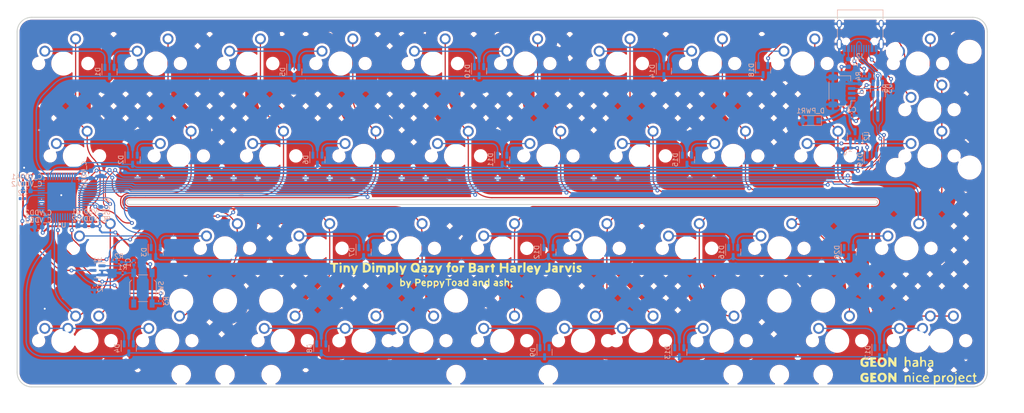
<source format=kicad_pcb>
(kicad_pcb (version 20211014) (generator pcbnew)
  (layers (0 "F.Cu" signal) (31 "B.Cu" signal) (34 "B.Paste" user) (35 "F.Paste" user) (36 "B.SilkS" user "B.Silkscreen") (37 "F.SilkS" user "F.Silkscreen") (38 "B.Mask" user) (39 "F.Mask" user) (44 "Edge.Cuts" user))
  (net 0 "")
  (net 1 "GND")
  (net 2 "XTAL_IN")
  (net 3 "+3V3")
  (net 4 "+5V")
  (net 5 "Net-(D1-Pad1)")
  (net 6 "Net-(D1-Pad2)")
  (net 7 "Net-(D2-Pad1)")
  (net 8 "Net-(D5-Pad1)")
  (net 9 "Net-(D3-Pad1)")
  (net 10 "Net-(D3-Pad2)")
  (net 11 "Net-(D4-Pad1)")
  (net 12 "Net-(D6-Pad1)")
  (net 13 "Net-(D8-Pad1)")
  (net 14 "Net-(D12-Pad1)")
  (net 15 "Net-(D6-Pad2)")
  (net 16 "Net-(D7-Pad1)")
  (net 17 "Net-(D7-Pad2)")
  (net 18 "Net-(D8-Pad2)")
  (net 19 "Net-(D9-Pad1)")
  (net 20 "Net-(D18-Pad1)")
  (net 21 "Net-(D10-Pad1)")
  (net 22 "Net-(D19-Pad1)")
  (net 23 "Net-(D11-Pad1)")
  (net 24 "Net-(D11-Pad2)")
  (net 25 "Net-(D14-Pad2)")
  (net 26 "Net-(D13-Pad1)")
  (net 27 "Net-(D16-Pad2)")
  (net 28 "Net-(D15-Pad1)")
  (net 29 "Net-(D15-Pad2)")
  (net 30 "Net-(D16-Pad1)")
  (net 31 "Net-(D20-Pad2)")
  (net 32 "Net-(D17-Pad1)")
  (net 33 "Net-(D17-Pad2)")
  (net 34 "BOOT0")
  (net 35 "Net-(D19-Pad2)")
  (net 36 "VCC")
  (net 37 "NSRT")
  (net 38 "Net-(C2-Pad2)")
  (net 40 "/GND_R1")
  (net 41 "DBUS+")
  (net 42 "DBUS-")
  (net 44 "/GND_R2")
  (net 46 "B13")
  (net 47 "XTAL_OUT")
  (net 48 "D_P")
  (net 49 "Net-(C1-Pad1)")
  (net 50 "D_N")
  (net 51 "Net-(D14-Pad1)")
  (net 52 "Net-(D18-Pad2)")
  (net 54 "A4")
  (net 55 "C13")
  (net 56 "C14")
  (net 57 "C15")
  (net 58 "NRST")
  (net 59 "A0")
  (net 60 "A1")
  (net 61 "A2")
  (net 62 "A3")
  (net 64 "A6")
  (net 65 "A7")
  (net 66 "B0")
  (net 67 "B1")
  (net 68 "B2")
  (net 69 "B10")
  (net 70 "B11")
  (net 71 "B12")
  (net 72 "B14")
  (net 73 "B15")
  (net 74 "Net-(D5-Pad2)")
  (net 75 "Net-(D4-Pad2)")
  (net 76 "Net-(D2-Pad2)")
  (net 77 "Net-(D13-Pad2)")
  (net 78 "Net-(D12-Pad2)")
  (net 79 "Net-(D10-Pad2)")
  (net 80 "A8")
  (net 81 "A9")
  (net 82 "A10")
  (net 83 "A13")
  (net 84 "A14")
  (net 85 "A15")
  (net 86 "B3")
  (net 87 "B4")
  (net 88 "B5")
  (net 89 "B6")
  (net 90 "B7")
  (net 91 "B8")
  (net 92 "B9")
  (footprint "MX_Only:MXOnly-1U-NoLED" (layer "F.Cu") (at 130.175 84.1375)
    (fp_text reference "MX22")
    (fp_text value "MX-NoLED")
  )
  (footprint "MX_Only:MXOnly-1.5U-NoLED" (layer "F.Cu") (at 225.425 122.2375)
    (fp_text reference "MX39")
    (fp_text value "MX-NoLED")
  )
  (footprint "MX_Only:MXOnly-1U-NoLED" (layer "F.Cu") (at 182.5625 65.0875)
    (fp_text reference "MX33")
    (fp_text value "MX-NoLED")
  )
  (footprint "MX_Only:MXOnly-6U-Centered-ReversedStabilizers-NoLED" (layer "F.Cu") (at 139.7 122.2375)
    (fp_text reference "MX20")
    (fp_text value "MX-NoLED")
  )
  (footprint "MX_Only:MXOnly-1U-NoLED" (layer "F.Cu") (at 163.5125 65.0875)
    (fp_text reference "MX29")
    (fp_text value "MX-NoLED")
  )
  (footprint "MX_Only:MXOnly-1.75U-NoLED" (layer "F.Cu") (at 156.36875 122.2375)
    (fp_text reference "MX25")
    (fp_text value "MX-NoLED")
  )
  (footprint "MX_Only:MXOnly-1U-NoLED" (layer "F.Cu") (at 139.7 103.1875)
    (fp_text reference "MX23")
    (fp_text value "MX-NoLED")
  )
  (footprint "MX_Only:MXOnly-1.25U-NoLED" (layer "F.Cu") (at 227.80625 84.1375)
    (fp_text reference "MX43")
    (fp_text value "MX-NoLED")
  )
  (footprint "MX_Only:MXOnly-1.5U-NoLED" (layer "F.Cu") (at 53.975 122.2375)
    (fp_text reference "MX1")
    (fp_text value "MX-NoLED")
  )
  (footprint "MX_Only:MXOnly-1U-NoLED" (layer "F.Cu") (at 68.2625 65.0875)
    (fp_text reference "MX6")
    (fp_text value "MX-NoLED")
  )
  (footprint "LOGO" (layer "F.Cu") (at 130.175 108.74375)
    (fp_text reference "G***" hide)
    (fp_text value "LOGO" hide)
  )
  (footprint "MX_Only:MXOnly-1U-NoLED" (layer "F.Cu") (at 49.2125 65.0875)
    (fp_text reference "MX3")
    (fp_text value "MX-NoLED")
  )
  (footprint "MX_Only:MXOnly-1U-NoLED" (layer "F.Cu") (at 177.8 103.1875)
    (fp_text reference "MX31")
    (fp_text value "MX-NoLED")
  )
  (footprint "MX_Only:MXOnly-3U-ReversedStabilizers-NoLED" (layer "F.Cu") (at 111.125 122.2375)
    (fp_text reference "MX14")
    (fp_text value "MX-NoLED")
  )
  (footprint "MX_Only:MXOnly-1U-NoLED" (layer "F.Cu") (at 230.1875 122.2375)
    (fp_text reference "MX40")
    (fp_text value "MX-NoLED")
  )
  (footprint "MX_Only:MXOnly-1.75U-NoLED" (layer "F.Cu") (at 56.35625 103.1875)
    (fp_text reference "MX5")
    (fp_text value "MX-NoLED")
  )
  (footprint "MX_Only:MXOnly-3U-ReversedStabilizers-NoLED" (layer "F.Cu") (at 168.275 122.2375)
    (fp_text reference "MX24")
    (fp_text value "MX-NoLED")
  )
  (footprint "MX_Only:MXOnly-1.25U-NoLED" (layer "F.Cu") (at 70.64375 122.2375)
    (fp_text reference "MX9")
    (fp_text value "MX-NoLED")
  )
  (footprint "MX_Only:MXOnly-1U-NoLED" (layer "F.Cu") (at 201.6125 65.0875)
    (fp_text reference "MX37")
    (fp_text value "MX-NoLED")
  )
  (footprint "MX_Only:MXOnly-7U-ReversedStabilizers-NoLED" (layer "F.Cu") (at 139.7 122.2375)
    (fp_text reference "MX19")
    (fp_text value "MX-NoLED")
  )
  (footprint "MX_Only:MXOnly-1U-NoLED" (layer "F.Cu") (at 106.3625 65.0875)
    (fp_text reference "MX16")
    (fp_text value "MX-NoLED")
  )
  (footprint "MX_Only:MXOnly-1U-NoLED" (layer "F.Cu") (at 206.375 84.1375)
    (fp_text reference "MX38")
    (fp_text value "MX-NoLED")
  )
  (footprint "MX_Only:MXOnly-1U-NoLED" (layer "F.Cu") (at 111.125 84.1375)
    (fp_text reference "MX17")
    (fp_text value "MX-NoLED")
  )
  (footprint "MX_Only:MXOnly-1U-NoLED" (layer "F.Cu") (at 101.6 103.1875)
    (fp_text reference "MX12")
    (fp_text value "MX-NoLED")
  )
  (footprint "MX_Only:MXOnly-1U-NoLED" (layer "F.Cu") (at 187.325 84.1375)
    (fp_text reference "MX34")
    (fp_text value "MX-NoLED")
  )
  (footprint "MX_Only:MXOnly-1.25U-NoLED" (layer "F.Cu") (at 208.75625 122.2375)
    (fp_text reference "MX36")
    (fp_text value "MX-NoLED")
  )
  (footprint "LOGO" (layer "F.Cu") (at 225.5 128.41)
    (fp_text reference "Geon" hide)
    (fp_text value "LOGO" hide)
  )
  (footprint "MX_Only:MXOnly-1U-NoLED" (layer "F.Cu") (at 168.275 84.1375)
    (fp_text reference "MX30")
    (fp_text value "MX-NoLED")
  )
  (footprint "MX_Only:MXOnly-1.5U-NoLED" (layer "F.Cu") (at 225.425 65.0875)
    (fp_text reference "MX41")
    (fp_text value "MX-NoLED")
  )
  (footprint "MX_Only:MXOnly-1U-NoLED" (layer "F.Cu") (at 92.075 84.1375)
    (fp_text reference "MX11")
    (fp_text value "MX-NoLED")
  )
  (footprint "MX_Only:MXOnly-1.25U-NoLED" (layer "F.Cu") (at 94.45625 122.2375)
    (fp_text reference "MX13")
    (fp_text value "MX-NoLED")
  )
  (footprint "MX_Only:MXOnly-1.75U-NoLED" (layer "F.Cu") (at 123.03125 122.2375)
    (fp_text reference "MX15")
    (fp_text value "MX-NoLED")
  )
  (footprint "MX_Only:MXOnly-1U-NoLED" (layer "F.Cu") (at 158.75 103.1875)
    (fp_text reference "MX28")
    (fp_text value "MX-NoLED")
  )
  (footprint "MX_Only:MXOnly-1U-NoLED" (layer "F.Cu") (at 125.4125 65.0875)
    (fp_text reference "MX21")
    (fp_text value "MX-NoLED")
  )
  (footprint "MX_Only:MXOnly-1U-NoLED" (layer "F.Cu") (at 196.85 103.1875)
    (fp_text reference "MX35")
    (fp_text value "MX-NoLED")
  )
  (footprint "MX_Only:MXOnly-1U-NoLED" (layer "F.Cu") (at 49.2125 122.2375)
    (fp_text reference "MX2")
    (fp_text value "MX-NoLED")
  )
  (footprint "MX_Only:MXOnly-1U-NoLED" (layer "F.Cu") (at 73.025 84.1375)
    (fp_text reference "MX7")
    (fp_text value "MX-NoLED")
  )
  (footprint "MX_Only:MXOnly-1.75U-NoLED" (layer "F.Cu") (at 223.04375 103.1875)
    (fp_text reference "MX44")
    (fp_text value "MX-NoLED")
  )
  (footprint "MX_Only:MXOnly-ISO" (layer "F.Cu") (at 227.80625 74.6125)
    (fp_text reference "MX42")
    (fp_text value "MX-NoLED")
  )
  (footprint "MX_Only:MXOnly-1.25U-NoLED" (layer "F.Cu") (at 184.94375 122.2375)
    (fp_text reference "MX32")
    (fp_text value "MX-NoLED")
  )
  (footprint "MX_Only:MXOnly-1U-NoLED" (layer "F.Cu") (at 120.65 103.1875)
    (fp_text reference "MX18")
    (fp_text value "MX-NoLED")
  )
  (footprint "MX_Only:MXOnly-1U-NoLED" (layer "F.Cu") (at 87.3125 65.0875)
    (fp_text reference "MX10")
    (fp_text value "MX-NoLED")
  )
  (footprint "MX_Only:MXOnly-1U-NoLED" (layer "F.Cu") (at 82.55 103.1875)
    (fp_text reference "MX8")
    (fp_text value "MX-NoLED")
  )
  (footprint "MX_Only:MXOnly-1.25U-NoLED" (layer "F.Cu") (at 51.59375 84.1375)
    (fp_text reference "MX4")
    (fp_text value "MX-NoLED")
  )
  (footprint "MX_Only:MXOnly-1U-NoLED" (layer "F.Cu") (at 144.4625 65.0875)
    (fp_text reference "MX26")
    (fp_text value "MX-NoLED")
  )
  (footprint "MX_Only:MXOnly-1U-NoLED" (layer "F.Cu") (at 149.225 84.1375)
    (fp_text reference "MX27")
    (fp_text value "MX-NoLED")
  )
  (footprint "Capacitor_SMD:C_0603_1608Metric" (layer "B.Cu") (at 54.46 97.07 180)
    (fp_text reference "C_VDDIO1")
    (fp_text value "4.7u")
  )
  (footprint "Package_TO_SOT_SMD:SOT-23" (layer "B.Cu") (at 176.2125 124.61875 -90)
    (fp_text reference "D13")
    (fp_text value "BAV70")
  )
  (footprint "Connector_JST:JST_SH_SM04B-SRSS-TB_1x04-1MP_P1.00mm_Horizontal" (layer "B.Cu") (at 209.7635 70.7365 90)
    (fp_text reference "J1")
    (fp_text value "Conn_01x04_Male")
  )
  (footprint "Package_TO_SOT_SMD:SOT-23" (layer "B.Cu") (at 111.125 103.98125 -90)
    (fp_text reference "D7")
    (fp_text value "BAV70")
  )
  (footprint "Package_TO_SOT_SMD:SOT-23" (layer "B.Cu") (at 68.2625 103.98125 -90)
    (fp_text reference "D3")
    (fp_text value "BAV70")
  )
  (footprint "Resistor_SMD:R_0402_1005Metric" (layer "B.Cu") (at 60.68 106.03 180)
    (fp_text reference "R2")
    (fp_text value "100k")
  )
  (footprint "Package_TO_SOT_SMD:SOT-23-6" (layer "B.Cu") (at 217.15 70.225 90)
    (fp_text reference "U3")
    (fp_text value "USBLC6-2SC6")
  )
  (footprint "Capacitor_SMD:C_0603_1608Metric" (layer "B.Cu") (at 41.69 89.86 180)
    (fp_text reference "C_VDDA1")
    (fp_text value "10u")
  )
  (footprint "Resistor_SMD:R_0603_1608Metric" (layer "B.Cu") (at 56.89 95.48 90)
    (fp_text reference "R_USB1")
    (fp_text value "1.5k")
  )
  (footprint "Package_TO_SOT_SMD:SOT-23" (layer "B.Cu") (at 187.325 103.98125 -90)
    (fp_text reference "D16")
    (fp_text value "BAV70")
  )
  (footprint "Package_TO_SOT_SMD:SOT-23" (layer "B.Cu") (at 148.43125 124.61875 -90)
    (fp_text reference "D9")
    (fp_text value "BAV70")
  )
  (footprint "Capacitor_SMD:C_0402_1005Metric" (layer "B.Cu") (at 211.775 75.8 180)
    (fp_text reference "C3")
    (fp_text value "1uF")
  )
  (footprint "Capacitor_SMD:C_0603_1608Metric" (layer "B.Cu") (at 41.675 91.37 180)
    (fp_text reference "C_VDDA2")
    (fp_text value "1u")
  )
  (footprint "Capacitor_SMD:C_0603_1608Metric" (layer "B.Cu") (at 54.465 98.56 180)
    (fp_text reference "C_VDDIO2")
    (fp_text value "100n")
  )
  (footprint "Package_TO_SOT_SMD:SOT-23" (layer "B.Cu") (at 58.7375 66.81875 -90)
    (fp_text reference "D1")
    (fp_text value "BAV70")
  )
  (footprint "Package_TO_SOT_SMD:SOT-23" (layer "B.Cu") (at 102.39375 123.825 -90)
    (fp_text reference "D8")
    (fp_text value "BAV70")
  )
  (footprint "Package_TO_SOT_SMD:SOT-23" (layer "B.Cu") (at 63.5 84.93125 -90)
    (fp_text reference "D2")
    (fp_text value "BAV70")
  )
  (footprint "Resistor_SMD:R_0402_1005Metric" (layer "B.Cu") (at 219.86875 70.225 -90)
    (fp_text reference "R5")
    (fp_text value "5k1")
  )
  (footprint "Capacitor_SMD:C_0402_1005Metric" (layer "B.Cu") (at 40.79 92.94 180)
    (fp_text reference "C2")
    (fp_text value "1uF")
  )
  (footprint "Package_TO_SOT_SMD:SOT-23" (layer "B.Cu") (at 101.6 84.93125 -90)
    (fp_text reference "D6")
    (fp_text value "BAV70")
  )
  (footprint "Package_TO_SOT_SMD:SOT-23" (layer "B.Cu") (at 134.9375 66.675 -90)
    (fp_text reference "D10")
    (fp_text value "BAV70")
  )
  (footprint "Package_TO_SOT_SMD:SOT-23" (layer "B.Cu") (at 96.8375 66.81875 -90)
    (fp_text reference "D5")
    (fp_text value "BAV70")
  )
  (footprint "Package_TO_SOT_SMD:SOT-23" (layer "B.Cu") (at 193.49 66.44 -90)
    (fp_text reference "D18")
    (fp_text value "BAV70")
  )
  (footprint "Capacitor_SMD:C_0603_1608Metric" (layer "B.Cu") (at 54.91 87.96 -90)
    (fp_text reference "C_VDD1")
    (fp_text value "100n")
  )
  (footprint "Package_TO_SOT_SMD:SOT-23" (layer "B.Cu") (at 212.45 80.075 90)
    (fp_text reference "U2")
    (fp_text value "XC6206PxxxMR-Regulator_Linear")
  )
  (footprint "Button_Switch_SMD:SW_SPST_TL3342" (layer "B.Cu") (at 65.63 111.42 90)
    (fp_text reference "SW1")
    (fp_text value "B/R")
  )
  (footprint "Package_TO_SOT_SMD:SOT-23" (layer "B.Cu") (at 215.9 84.93125 -90)
    (fp_text reference "D19")
    (fp_text value "BAV70")
  )
  (footprint "Capacitor_SMD:C_0603_1608Metric" (layer "B.Cu") (at 44.085 98.81 180)
    (fp_text reference "C_VDD3")
    (fp_text value "4.7u")
  )
  (footprint "Package_TO_SOT_SMD:SOT-23" (layer "B.Cu") (at 62.70625 123.825 -90)
    (fp_text reference "D4")
    (fp_text value "BAV70")
  )
  (footprint "Package_TO_SOT_SMD:SOT-23" (layer "B.Cu") (at 56.2475 107.74 180)
    (fp_text reference "Q1")
    (fp_text value "2N7002")
  )
  (footprint "Package_TO_SOT_SMD:SOT-23" (layer "B.Cu") (at 149.225 103.98125 -90)
    (fp_text reference "D12")
    (fp_text value "BAV70")
  )
  (footprint "Resistor_SMD:R_0402_1005Metric" (layer "B.Cu") (at 214.325 67.715 -90)
    (fp_text reference "R4")
    (fp_text value "5k1")
  )
  (footprint "Fuse:Fuse_0603_1608Metric" (layer "B.Cu") (at 211.075 64.975 90)
    (fp_text reference "F1")
    (fp_text value "Polyfuse_Small")
  )
  (footprint "Package_TO_SOT_SMD:SOT-23" (layer "B.Cu") (at 173.0375 66.675 -90)
    (fp_text reference "D14")
    (fp_text value "BAV70")
  )
  (footprint "Resistor_SMD:R_0402_1005Metric" (layer "B.Cu") (at 69.24 114.06 90)
    (fp_text reference "R3")
    (fp_text value "10k")
  )
  (footprint "Package_TO_SOT_SMD:SOT-23" (layer "B.Cu") (at 177.8 84.93125 -90)
    (fp_text reference "D15")
    (fp_text value "BAV70")
  )
  (footprint "Capacitor_SMD:C_0402_1005Metric" (layer "B.Cu") (at 55.65 111.29 90)
    (fp_text reference "C2")
    (fp_text value "470nF")
  )
  (footprint "Package_TO_SOT_SMD:SOT-23" (layer "B.Cu") (at 139.7 84.93125 -90)
    (fp_text reference "D11")
    (fp_text value "BAV70")
  )
  (footprint "Resistor_SMD:R_0402_1005Metric" (layer "B.Cu") (at 61.45 108.27 180)
    (fp_text reference "R1")
    (fp_text value "10k")
  )
  (footprint "Capacitor_SMD:C_0603_1608Metric" (layer "B.Cu") (at 44.08 97.29 180)
    (fp_text reference "C_VDD2")
    (fp_text value "100n")
  )
  (footprint "Package_QFP:LQFP-48_7x7mm_P0.5mm" (layer "B.Cu") (at 48.83 92.53)
    (fp_text reference "U1")
    (fp_text value "STM32F072CBTx")
  )
  (footprint "Connector_USB:USB_C_Receptacle_HRO_TYPE-C-31-M-12" (layer "B.Cu") (at 213.51875 57.94375)
    (fp_text reference "J2")
    (fp_text value "USB_C_Receptacle_USB2.0")
  )
  (footprint "Package_TO_SOT_SMD:SOT-23" (layer "B.Cu") (at 217.4875 124.61875 -90)
    (fp_text reference "D17")
    (fp_text value "BAV70")
  )
  (footprint "Capacitor_SMD:C_0402_1005Metric" (layer "B.Cu") (at 63.74 106.15 -90)
    (fp_text reference "C1")
    (fp_text value "4.7uF")
  )
  (footprint "Capacitor_SMD:C_0402_1005Metric" (layer "B.Cu") (at 211.02 82.5)
    (fp_text reference "C4")
    (fp_text value "1uF")
  )
  (footprint "Package_TO_SOT_SMD:SOT-23" (layer "B.Cu") (at 211.1375 103.98125 -90)
    (fp_text reference "D20")
    (fp_text value "BAV70")
  )
  (footprint "Diode_SMD:D_SOD-123" (layer "B.Cu") (at 203.28 76.85 180)
    (fp_text reference "D_PWR1")
    (fp_text value "SMF9.0CA")
  )
  (gr_arc (start 39.6875 58.5625) (mid 40.56618 56.44118) (end 42.6875 55.5625) (layer "Edge.Cuts") (width 0.2))
  (gr_arc (start 239.7125 128.7625) (mid 238.83382 130.88382) (end 236.7125 131.7625) (layer "Edge.Cuts") (width 0.2))
  (gr_line (start 216.590625 93.1625) (end 62.809375 93.1625) (layer "Edge.Cuts") (width 0.2))
  (gr_line (start 239.7125 58.5625) (end 239.7125 128.7625) (layer "Edge.Cuts") (width 0.2))
  (gr_arc (start 236.7125 55.5625) (mid 238.83382 56.44118) (end 239.7125 58.5625) (layer "Edge.Cuts") (width 0.2))
  (gr_arc (start 216.590625 93.1625) (mid 217.0906 93.6625) (end 216.590625 94.1625) (layer "Edge.Cuts") (width 0.2))
  (gr_line (start 236.7125 131.7625) (end 42.6875 131.7625) (layer "Edge.Cuts") (width 0.2))
  (gr_line (start 42.6875 55.5625) (end 236.7125 55.5625) (layer "Edge.Cuts") (width 0.2))
  (gr_arc (start 62.809375 94.1625) (mid 62.3094 93.6625) (end 62.809375 93.1625) (layer "Edge.Cuts") (width 0.2))
  (gr_line (start 39.6875 128.7625) (end 39.6875 58.5625) (layer "Edge.Cuts") (width 0.2))
  (gr_line (start 62.809375 94.1625) (end 216.590625 94.1625) (layer "Edge.Cuts") (width 0.2))
  (gr_arc (start 42.6875 131.7625) (mid 40.56618 130.88382) (end 39.6875 128.7625) (layer "Edge.Cuts") (width 0.2))
  (segment (start 209.19875 56.89375) (end 217.83875 56.89375) (width 0.5) (layer "F.Cu") (net 1))
  (via (at 41.13 86.57) (size 0.8) (drill 0.4) (layers "F.Cu" "B.Cu") (net 1))
  (via (at 45.38 115.65) (size 0.8) (drill 0.4) (layers "F.Cu" "B.Cu") (net 1))
  (via (at 52.35 97.84) (size 0.8) (drill 0.4) (layers "F.Cu" "B.Cu") (net 1))
  (via (at 209.68 83.44) (size 0.8) (drill 0.4) (layers "F.Cu" "B.Cu") (net 1))
  (via (at 48.795 92.235) (size 0.8) (drill 0.4) (layers "F.Cu" "B.Cu") (net 1))
  (via (at 217.12 74.79) (size 0.8) (drill 0.4) (layers "F.Cu" "B.Cu") (net 1))
  (via (at 215.41 80) (size 0.8) (drill 0.4) (layers "F.Cu" "B.Cu") (net 1))
  (via (at 61.39 87.19) (size 0.8) (drill 0.4) (layers "F.Cu" "B.Cu") (net 1))
  (via (at 55.98 88.81) (size 0.8) (drill 0.4) (layers "F.Cu" "B.Cu") (net 1))
  (via (at 213.93 83.54) (size 0.8) (drill 0.4) (layers "F.Cu" "B.Cu") (net 1))
  (segment (start 207.8885 73.5365) (end 207.8885 67.9365) (width 0.5) (layer "B.Cu") (net 1))
  (segment (start 210.54 82.5) (end 210.54 82.58) (width 0.2) (layer "B.Cu") (net 1))
  (segment (start 44.6675 91.78) (end 45.7425 91.78) (width 0.2) (layer "B.Cu") (net 1))
  (segment (start 209.75 87.69) (end 62.72 87.69) (width 0.381) (layer "B.Cu") (net 1))
  (segment (start 40.9 89.875) (end 40.915 89.86) (width 0.2) (layer "B.Cu") (net 1))
  (segment (start 217.15 71.3625) (end 217.15 74.76) (width 0.381) (layer "B.Cu") (net 1))
  (segment (start 40.915 89.86) (end 40.76 89.86) (width 0.2) (layer "B.Cu") (net 1))
  (segment (start 40.18 89.28) (end 40.18 87.52) (width 0.2) (layer "B.Cu") (net 1))
  (segment (start 54.91 88.735) (end 55.905 88.735) (width 0.2) (layer "B.Cu") (net 1))
  (segment (start 47.126498 91.78) (end 46.119057 91.78) (width 0.2) (layer "B.Cu") (net 1))
  (segment (start 51.123517 94.433518) (end 49.42 92.73) (width 0.2) (layer "B.Cu") (net 1))
  (segment (start 46.58 96.6925) (end 46.58 95.46) (width 0.2) (layer "B.Cu") (net 1))
  (segment (start 53.12 97.07) (end 52.35 97.84) (width 0.2) (layer "B.Cu") (net 1))
  (segment (start 45.7425 91.78) (end 46.17 91.78) (width 0.2) (layer "B.Cu") (net 1))
  (segment (start 217.15 74.76) (end 217.12 74.79) (width 0.381) (layer "B.Cu") (net 1))
  (segment (start 40.18 87.52) (end 41.13 86.57) (width 0.2) (layer "B.Cu") (net 1))
  (segment (start 61.89 87.69) (end 61.39 87.19) (width 0.381) (layer "B.Cu") (net 1))
  (segment (start 52.9925 94.78) (end 51.96 94.78) (width 0.2) (layer "B.Cu") (net 1))
  (segment (start 210.004148 61.879148) (end 209.601449 61.476449) (width 0.5) (layer "B.Cu") (net 1))
  (segment (start 62.72 87.69) (end 62.371977 87.69) (width 0.381) (layer "B.Cu") (net 1))
  (segment (start 217.83875 60.504247) (end 217.83875 56.89375) (width 0.5) (layer "B.Cu") (net 1))
  (segment (start 209.19875 60.504247) (end 209.19875 56.89375) (width 0.5) (layer "B.Cu") (net 1))
  (segment (start 51.08 88.535787) (end 51.08 88.3675) (width 0.2) (layer "B.Cu") (net 1))
  (segment (start 210.54 82.58) (end 209.68 83.44) (width 0.2) (layer "B.Cu") (net 1))
  (segment (start 53.685 97.07) (end 53.12 97.07) (width 0.2) (layer "B.Cu") (net 1))
  (segment (start 40.76 89.86) (end 40.18 89.28) (width 0.2) (layer "B.Cu") (net 1))
  (segment (start 47.294178 93.735822) (end 48.795 92.235) (width 0.2) (layer "B.Cu") (net 1))
  (segment (start 48.795 92.235) (end 50.08 90.95) (width 0.2) (layer "B.Cu") (net 1))
  (segment (start 217.033351 61.879148) (end 217.43605 61.476449) (width 0.5) (layer "B.Cu") (net 1))
  (segment (start 46.119057 91.78) (end 45.7425 91.78) (width 0.2) (layer "B.Cu") (net 1))
  (segment (start 213.4 81.0125) (end 214.2275 81.0125) (width 0.381) (layer "B.Cu") (net 1))
  (segment (start 62.72 87.69) (end 61.89 87.69) (width 0.381) (layer "B.Cu") (net 1))
  (segment (start 55.905 88.735) (end 55.98 88.81) (width 0.2) (layer "B.Cu") (net 1))
  (segment (start 40.9 91.37) (end 40.9 89.875) (width 0.2) (layer "B.Cu") (net 1))
  (arc (start 49.42 92.73) (mid 48.367733 92.026897) (end 47.126498 91.78) (width 0.2) (layer "B.Cu") (net 1))
  (arc (start 217.033351 61.879148) (mid 216.911951 61.960265) (end 216.76875 61.98875) (width 0.5) (layer "B.Cu") (net 1))
  (arc (start 217.83875 60.504247) (mid 217.734091 61.030399) (end 217.43605 61.476449) (width 0.5) (layer "B.Cu") (net 1))
  (arc (start 50.08 90.95) (mid 50.820109 89.84235) (end 51.08 88.535787) (width 0.2) (layer "B.Cu") (net 1))
  (arc (start 47.280036 93.769964) (mid 46.761933 94.545359) (end 46.58 95.46) (width 0.2) (layer "B.Cu") (net 1))
  (arc (start 47.280036 93.769964) (mid 47.283711 93.751487) (end 47.294178 93.735822) (width 0.2) (layer "B.Cu") (net 1))
  (arc (start 208.625023 67.9365) (mid 210.323554 68.274359) (end 211.7635 69.2365) (width 0.5) (layer "B.Cu") (net 1))
  (arc (start 210.004148 61.879148) (mid 210.125548 61.960265) (end 210.26875 61.98875) (width 0.5) (layer "B.Cu") (net 1))
  (arc (start 51.96 94.78) (mid 51.507299 94.689952) (end 51.123517 94.433518) (width 0.2) (layer "B.Cu") (net 1))
  (arc (start 209.601449 61.476449) (mid 209.303408 61.030399) (end 209.19875 60.504247) (width 0.5) (layer "B.Cu") (net 1))
  (segment (start 44.97 99.98) (end 46.32 98.63) (width 0.381) (layer "F.Cu") (net 3))
  (segment (start 40.91 88.35) (end 40.91 96.24) (width 0.381) (layer "F.Cu") (net 3))
  (segment (start 59.93 99.923) (end 60.031472 99.923) (width 0.381) (layer "F.Cu") (net 3))
  (segment (start 40.91 96.24) (end 41.88 97.21) (width 0.381) (layer "F.Cu") (net 3))
  (segment (start 60.031472 99.923) (end 66.568472 106.46) (width 0.381) (layer "F.Cu") (net 3))
  (segment (start 213.06 82.9687) (end 213.06 87.230421) (width 0.381) (layer "F.Cu") (net 3))
  (segment (start 43.03 87.81) (end 42.47 88.37) (width 0.381) (layer "F.Cu") (net 3))
  (segment (start 53.40925 87.81) (end 43.03 87.81) (width 0.381) (layer "F.Cu") (net 3))
  (segment (start 66.568472 106.46) (end 67.13 106.46) (width 0.381) (layer "F.Cu") (net 3))
  (segment (start 46.32 98.63) (end 56.73 98.63) (width 0.381) (layer "F.Cu") (net 3))
  (via (at 40.91 88.35) (size 0.8) (drill 0.4) (layers "F.Cu" "B.Cu") (net 3))
  (via (at 213.06 87.230421) (size 0.8) (drill 0.4) (layers "F.Cu" "B.Cu") (net 3))
  (via (at 44.97 99.98) (size 0.8) (drill 0.4) (layers "F.Cu" "B.Cu") (net 3))
  (via (at 212.87 82.51) (size 0.8) (drill 0.4) (layers "F.Cu" "B.Cu") (net 3))
  (via (at 41.88 97.21) (size 0.8) (drill 0.4) (layers "F.Cu" "B.Cu") (net 3))
  (via (at 42.47 88.37) (size 0.8) (drill 0.4) (layers "F.Cu" "B.Cu") (net 3))
  (via (at 67.13 106.46) (size 0.8) (drill 0.4) (layers "F.Cu" "B.Cu") (net 3))
  (via (at 56.73 98.63) (size 0.8) (drill 0.4) (layers "F.Cu" "B.Cu") (net 3))
  (via (at 53.40925 87.81) (size 0.8) (drill 0.4) (layers "F.Cu" "B.Cu") (net 3))
  (via (at 59.93 99.923) (size 0.8) (drill 0.4) (layers "F.Cu" "B.Cu") (net 3))
  (arc (start 212.87 82.51) (mid 213.01062 82.720453) (end 213.06 82.9687) (width 0.381) (layer "F.Cu") (net 3))
  (segment (start 55.8405 86.2545) (end 54.91 87.185) (width 0.381) (layer "B.Cu") (net 3))
  (segment (start 42.45 89.89) (end 40.91 88.35) (width 0.381) (layer "B.Cu") (net 3))
  (segment (start 56.548579 86.2545) (end 55.8405 86.2545) (width 0.381) (layer "B.Cu") (net 3))
  (segment (start 44.86 99.87) (end 44.97 99.98) (width 0.381) (layer "B.Cu") (net 3))
  (segment (start 67.13 106.46) (end 67.13 107.87) (width 0.381) (layer "B.Cu") (net 3))
  (segment (start 55.24 98.56) (end 55.24 97.075) (width 0.381) (layer "B.Cu") (net 3))
  (segment (start 69.24 114.57) (end 67.53 114.57) (width 0.381) (layer "B.Cu") (net 3))
  (segment (start 42.47 88.37) (end 42.47 89.855) (width 0.381) (layer "B.Cu") (net 3))
  (segment (start 60.645 86.395) (end 60.504489 86.254489) (width 0.381) (layer "B.Cu") (net 3))
  (segment (start 211.5 82.5) (end 212.845858 82.5) (width 0.381) (layer "B.Cu") (net 3))
  (segment (start 42.47 89.855) (end 42.465 89.86) (width 0.381) (layer "B.Cu") (net 3))
  (segment (start 56.73 98.63) (end 56.73 99.46) (width 0.381) (layer "B.Cu") (net 3))
  (segment (start 43.98998 96.42498) (end 44.855 97.29) (width 0.381) (layer "B.Cu") (net 3))
  (segment (start 213.06 87.230421) (end 212.85052 87.020941) (width 0.381) (layer "B.Cu") (net 3))
  (segment (start 44.855 97.29) (end 44.855 98.795858) (width 0.381) (layer "B.Cu") (net 3))
  (segment (start 44.86 98.81) (end 44.86 99.87) (width 0.381) (layer "B.Cu") (net 3))
  (segment (start 45.4525 96.6925) (end 46.03998 96.6925) (width 0.381) (layer "B.Cu") (net 3))
  (segment (start 52.7625 87.185) (end 51.62002 88.32748) (width 0.381) (layer "B.Cu") (net 3))
  (segment (start 56.54859 86.254489) (end 56.548579 86.2545) (width 0.381) (layer "B.Cu") (net 3))
  (segment (start 212.85052 87.020941) (end 63.030941 87.020941) (width 0.381) (layer "B.Cu") (net 3))
  (segment (start 54.91 87.185) (end 52.7625 87.185) (width 0.381) (layer "B.Cu") (net 3))
  (segment (start 57.193 99.923) (end 59.93 99.923) (width 0.381) (layer "B.Cu") (net 3))
  (segment (start 62.39377 86.38377) (end 60.65623 86.38377) (width 0.381) (layer "B.Cu") (net 3))
  (segment (start 55.31 98.63) (end 55.24 98.56) (width 0.381) (layer "B.Cu") (net 3))
  (segment (start 53.445 95.28) (end 55.235 97.07) (width 0.2) (layer "B.Cu") (net 3))
  (segment (start 56.73 99.46) (end 57.193 99.923) (width 0.381) (layer "B.Cu") (net 3))
  (segment (start 42.45 91.37) (end 42.45 89.89) (width 0.381) (layer "B.Cu") (net 3))
  (segment (start 52.9925 95.28) (end 53.445 95.28) (width 0.2) (layer "B.Cu") (net 3))
  (segment (start 44.70752 95.32002) (end 44.6675 95.32002) (width 0.381) (layer "B.Cu") (net 3))
  (segment (start 41.88 97) (end 42.45502 96.42498) (width 0.381) (layer "B.Cu") (net 3))
  (segment (start 67.13 107.87) (end 67.53 108.27) (width 0.381) (layer "B.Cu") (net 3))
  (segment (start 54.91 87.185) (end 54.03425 87.185) (width 0.381) (layer "B.Cu") (net 3))
  (segment (start 56.73 98.63) (end 55.31 98.63) (width 0.381) (layer "B.Cu") (net 3))
  (segment (start 211.5 82.411389) (end 211.5 81.0125) (width 0.381) (layer "B.Cu") (net 3))
  (segment (start 56.73 98.63) (end 56.73 96.515) (width 0.381) (layer "B.Cu") (net 3))
  (segment (start 41.88 97.21) (end 41.88 97) (width 0.381) (layer "B.Cu") (net 3))
  (segment (start 44.855 97.29) (end 45.4525 96.6925) (width 0.381) (layer "B.Cu") (net 3))
  (segment (start 42.54 91.28) (end 42.45 91.37) (width 0.2) (layer "B.Cu") (net 3))
  (segment (start 63.030941 87.020941) (end 62.39377 86.38377) (width 0.381) (layer "B.Cu") (net 3))
  (segment (start 60.65623 86.38377) (end 60.645 86.395) (width 0.381) (layer "B.Cu") (net 3))
  (segment (start 51.62002 88.32748) (end 51.62002 88.3675) (width 0.381) (layer "B.Cu") (net 3))
  (segment (start 45.4525 96.065) (end 44.70752 95.32002) (width 0.381) (layer "B.Cu") (net 3))
  (segment (start 54.03425 87.185) (end 53.40925 87.81) (width 0.381) (layer "B.Cu") (net 3))
  (segment (start 60.504489 86.254489) (end 56.54859 86.254489) (width 0.381) (layer "B.Cu") (net 3))
  (segment (start 67.53 114.57) (end 67.53 108.27) (width 0.381) (layer "B.Cu") (net 3))
  (segment (start 42.45502 96.42498) (end 43.98998 96.42498) (width 0.381) (layer "B.Cu") (net 3))
  (segment (start 45.4525 96.6925) (end 45.4525 96.065) (width 0.381) (layer "B.Cu") (net 3))
  (segment (start 44.6675 91.28) (end 42.54 91.28) (width 0.2) (layer "B.Cu") (net 3))
  (segment (start 42.465 89.86) (end 42.465 91.333787) (width 0.381) (layer "B.Cu") (net 3))
  (arc (start 42.465 91.333787) (mid 42.461101 91.353385) (end 42.45 91.37) (width 0.381) (layer "B.Cu") (net 3))
  (arc (start 44.855 98.795858) (mid 44.852401 98.808924) (end 44.845 98.82) (width 0.381) (layer "B.Cu") (net 3))
  (arc (start 212.845858 82.5) (mid 212.858923 82.502599) (end 212.87 82.51) (width 0.381) (layer "B.Cu") (net 3))
  (arc (start 211.5 82.411389) (mid 211.525953 82.474046) (end 211.588611 82.5) (width 0.381) (layer "B.Cu") (net 3))
  (segment (start 217.125 71.99375) (end 217.125 71.95) (width 0.381) (layer "F.Cu") (net 4))
  (segment (start 210.45 74.6) (end 210.45 74.625) (width 0.3) (layer "F.Cu") (net 4))
  (segment (start 217.125 70.025) (end 217.125 70.725) (width 0.381) (layer "F.Cu") (net 4))
  (segment (start 217.125 71.25) (end 217.125 71.425) (width 0.381) (layer "F.Cu") (net 4))
  (segment (start 217.125 70.025) (end 217.125 67.6) (width 0.381) (layer "F.Cu") (net 4))
  (segment (start 216.877512 72.722487) (end 212.65 76.95) (width 0.381) (layer "F.Cu") (net 4))
  (segment (start 217.125 71.99375) (end 217.125 72.08125) (width 0.381) (layer "F.Cu") (net 4))
  (segment (start 209.675 72.728985) (end 209.675 65.775) (width 0.381) (layer "F.Cu") (net 4))
  (segment (start 217.125 70.94375) (end 217.125 71.20625) (width 0.381) (layer "F.Cu") (net 4))
  (segment (start 217.125 70.94375) (end 217.125 70.725) (width 0.381) (layer "F.Cu") (net 4))
  (segment (start 217.125 71.425) (end 217.125 71.6) (width 0.381) (layer "F.Cu") (net 4))
  (segment (start 217.125 72.125) (end 217.125 72.08125) (width 0.381) (layer "F.Cu") (net 4))
  (segment (start 217.125 71.20625) (end 217.125 71.25) (width 0.381) (layer "F.Cu") (net 4))
  (segment (start 217.125 71.775) (end 217.125 71.95) (width 0.381) (layer "F.Cu") (net 4))
  (segment (start 217.125 71.6) (end 217.125 71.775) (width 0.381) (layer "F.Cu") (net 4))
  (via (at 212.65 76.95) (size 0.8) (drill 0.4) (layers "F.Cu" "B.Cu") (net 4))
  (via (at 217.125 67.6) (size 0.8) (drill 0.4) (layers "F.Cu" "B.Cu") (net 4))
  (via (at 210.45 74.625) (size 0.8) (drill 0.4) (layers "F.Cu" "B.Cu") (net 4))
  (via (at 209.675 65.775) (size 0.8) (drill 0.4) (layers "F.Cu" "B.Cu") (net 4))
  (arc (start 217.125 72.125) (mid 217.060679 72.448357) (end 216.877512 72.722487) (width 0.381) (layer "F.Cu") (net 4))
  (arc (start 210.45 74.6) (mid 209.876416 73.741571) (end 209.675 72.728985) (width 0.381) (layer "F.Cu") (net 4))
  (segment (start 211.7635 72.774) (end 211.7635 72.2365) (width 0.381) (layer "B.Cu") (net 4))
  (segment (start 211.295 76.349084) (end 211.295 75.84978) (width 0.381) (layer "B.Cu") (net 4))
  (segment (start 211.259799 75.764799) (end 210.683345 75.188345) (width 0.381) (layer "B.Cu") (net 4))
  (segment (start 217.15 67.642677) (end 217.15 69.0875) (width 0.381) (layer "B.Cu") (net 4))
  (segment (start 212.497719 76.95) (end 212.65 76.95) (width 0.381) (layer "B.Cu") (net 4))
  (segment (start 211.38343 73.691569) (end 210.45 74.625) (width 0.381) (layer "B.Cu") (net 4))
  (segment (start 205.078375 76.85) (end 204.93 76.85) (width 0.381) (layer "B.Cu") (net 4))
  (segment (start 211.3302 75.934761) (end 212.23776 76.842321) (width 0.381) (layer "B.Cu") (net 4))
  (segment (start 209.705177 65.7625) (end 211.075 65.7625) (width 0.381) (layer "B.Cu") (net 4))
  (segment (start 217.125 67.6) (end 217.1375 67.6125) (width 0.381) (layer "B.Cu") (net 4))
  (arc (start 211.295 75.84978) (mid 211.295 75.84978) (end 211.295 75.84978) (width 0.381) (layer "B.Cu") (net 4))
  (arc (start 211.3302 75.934761) (mid 211.304148 75.895771) (end 211.295 75.84978) (width 0.381) (layer "B.Cu") (net 4))
  (arc (start 211.259799 75.764799) (mid 211.285851 75.803788) (end 211.295 75.84978) (width 0.381) (layer "B.Cu") (net 4))
  (arc (start 217.1375 67.6125) (mid 217.146751 67.626345) (end 217.15 67.642677) (width 0.381) (layer "B.Cu") (net 4))
  (arc (start 212.497719 76.95) (mid 212.35703 76.922015) (end 212.23776 76.842321) (width 0.381) (layer "B.Cu") (net 4))
  (arc (start 210.45 74.625) (mid 207.985477 76.271742) (end 205.078375 76.85) (width 0.381) (layer "B.Cu") (net 4))
  (arc (start 210.45 74.625) (mid 210.510644 74.92988) (end 210.683345 75.188345) (width 0.381) (layer "B.Cu") (net 4))
  (arc (start 209.675 65.775) (mid 209.688846 65.765749) (end 209.705177 65.7625) (width 0.3) (layer "B.Cu") (net 4))
  (arc (start 211.295 76.349084) (mid 211.595175 77.858164) (end 212.45 79.1375) (width 0.381) (layer "B.Cu") (net 4))
  (arc (start 211.7635 72.774) (mid 211.664723 73.270585) (end 211.38343 73.691569) (width 0.381) (layer "B.Cu") (net 4))
  (arc (start 211.259799 75.764799) (mid 211.285851 75.803788) (end 211.295 75.84978) (width 0.381) (layer "B.Cu") (net 4))
  (segment (start 45.39226 62.557739) (end 45.4025 62.5475) (width 0.25) (layer "F.Cu") (net 5))
  (arc (start 45.39226 62.557739) (mid 45.384682 62.56908) (end 45.382021 62.582459) (width 0.25) (layer "F.Cu") (net 5))
  (segment (start 57.7875 63.9175) (end 57.7875 65.2875) (width 0.25) (layer "B.Cu") (net 5))
  (segment (start 56.4175 62.5475) (end 45.4025 62.5475) (width 0.25) (layer "B.Cu") (net 5))
  (arc (start 56.4175 62.5475) (mid 57.386236 62.948763) (end 57.7875 63.9175) (width 0.25) (layer "B.Cu") (net 5))
  (segment (start 61.0575 62.5475) (end 64.4525 62.5475) (width 0.25) (layer "B.Cu") (net 6))
  (segment (start 59.6875 63.9175) (end 59.6875 65.2875) (width 0.25) (layer "B.Cu") (net 6))
  (arc (start 59.6875 63.9175) (mid 60.088763 62.948763) (end 61.0575 62.5475) (width 0.25) (layer "B.Cu") (net 6))
  (segment (start 61.351875 81.5975) (end 47.78375 81.5975) (width 0.25) (layer "B.Cu") (net 7))
  (segment (start 62.55 82.795625) (end 62.55 83.99375) (width 0.25) (layer "B.Cu") (net 7))
  (arc (start 62.55 82.795625) (mid 62.199077 81.948422) (end 61.351875 81.5975) (width 0.25) (layer "B.Cu") (net 7))
  (segment (start 94.220625 62.5475) (end 83.5025 62.5475) (width 0.25) (layer "B.Cu") (net 8))
  (segment (start 95.8875 64.214375) (end 95.8875 65.88125) (width 0.25) (layer "B.Cu") (net 8))
  (arc (start 95.8875 64.214375) (mid 95.399283 63.035716) (end 94.220625 62.5475) (width 0.25) (layer "B.Cu") (net 8))
  (segment (start 66.114375 100.6475) (end 52.54625 100.6475) (width 0.25) (layer "B.Cu") (net 9))
  (segment (start 67.3125 101.845625) (end 67.3125 103.04375) (width 0.25) (layer "B.Cu") (net 9))
  (arc (start 66.114375 100.6475) (mid 66.961577 100.998422) (end 67.3125 101.845625) (width 0.25) (layer "B.Cu") (net 9))
  (segment (start 78.72976 100.657739) (end 78.73488 100.652619) (width 0.25) (layer "F.Cu") (net 10))
  (arc (start 78.73488 100.652619) (mid 78.738669 100.646948) (end 78.74 100.640259) (width 0.25) (layer "F.Cu") (net 10))
  (arc (start 78.72976 100.657739) (mid 78.722182 100.66908) (end 78.719521 100.682459) (width 0.25) (layer "F.Cu") (net 10))
  (segment (start 69.2125 101.845625) (end 69.2125 103.04375) (width 0.25) (layer "B.Cu") (net 10))
  (segment (start 70.410625 100.6475) (end 78.74 100.6475) (width 0.25) (layer "B.Cu") (net 10))
  (arc (start 70.410625 100.6475) (mid 69.563422 100.998422) (end 69.2125 101.845625) (width 0.25) (layer "B.Cu") (net 10))
  (segment (start 51.780674 119.6975) (end 51.459202 119.6975) (width 0.25) (layer "B.Cu") (net 11))
  (segment (start 54.284554 119.6975) (end 52.508143 119.6975) (width 0.25) (layer "B.Cu") (net 11))
  (segment (start 56.86836 119.6975) (end 54.553686 119.6975) (width 0.25) (layer "B.Cu") (net 11))
  (segment (start 47.936174 119.6975) (end 47.859962 119.6975) (width 0.25) (layer "B.Cu") (net 11))
  (segment (start 47.859962 119.6975) (end 47.78375 119.6975) (width 0.25) (layer "B.Cu") (net 11))
  (segment (start 59.419545 119.6975) (end 57.936136 119.6975) (width 0.25) (layer "B.Cu") (net 11))
  (segment (start 46.460968 119.6975) (end 46.158548 119.6975) (width 0.25) (layer "B.Cu") (net 11))
  (segment (start 56.86836 119.6975) (end 57.936136 119.6975) (width 0.25) (layer "B.Cu") (net 11))
  (segment (start 60.16125 119.6975) (end 59.419545 119.6975) (width 0.25) (layer "B.Cu") (net 11))
  (segment (start 48.464801 119.6975) (end 47.936174 119.6975) (width 0.25) (layer "B.Cu") (net 11))
  (segment (start 46.763388 119.6975) (end 47.78375 119.6975) (width 0.25) (layer "B.Cu") (net 11))
  (segment (start 51.459202 119.6975) (end 51.13773 119.6975) (width 0.25) (layer "B.Cu") (net 11))
  (segment (start 61.75625 121.2925) (end 61.75625 122.8875) (width 0.25) (layer "B.Cu") (net 11))
  (segment (start 46.763388 119.6975) (end 46.460968 119.6975) (width 0.25) (layer "B.Cu") (net 11))
  (segment (start 54.553686 119.6975) (end 54.284554 119.6975) (width 0.25) (layer "B.Cu") (net 11))
  (segment (start 50.731733 119.6975) (end 49.598267 119.6975) (width 0.25) (layer "B.Cu") (net 11))
  (segment (start 46.158548 119.6975) (end 45.856128 119.6975) (width 0.25) (layer "B.Cu") (net 11))
  (segment (start 45.553709 119.6975) (end 45.4025 119.6975) (width 0.25) (layer "B.Cu") (net 11))
  (segment (start 52.508143 119.6975) (end 51.780674 119.6975) (width 0.25) (layer "B.Cu") (net 11))
  (segment (start 45.856128 119.6975) (end 45.553709 119.6975) (width 0.25) (layer "B.Cu") (net 11))
  (segment (start 51.13773 119.6975) (end 50.731733 119.6975) (width 0.25) (layer "B.Cu") (net 11))
  (segment (start 49.598267 119.6975) (end 48.464801 119.6975) (width 0.25) (layer "B.Cu") (net 11))
  (arc (start 61.75625 121.2925) (mid 61.289085 120.164664) (end 60.16125 119.6975) (width 0.25) (layer "B.Cu") (net 11))
  (segment (start 99.451875 81.5975) (end 88.265 81.5975) (width 0.25) (layer "B.Cu") (net 12))
  (segment (start 100.65 82.795625) (end 100.65 83.99375) (width 0.25) (layer "B.Cu") (net 12))
  (arc (start 100.65 82.795625) (mid 100.299077 81.948422) (end 99.451875 81.5975) (width 0.25) (layer "B.Cu") (net 12))
  (segment (start 91.4425 119.6975) (end 90.64625 119.6975) (width 0.25) (layer "F.Cu") (net 13))
  (segment (start 101.44375 121.2925) (end 101.44375 122.8875) (width 0.25) (layer "B.Cu") (net 13))
  (segment (start 99.84875 119.6975) (end 90.64625 119.6975) (width 0.25) (layer "B.Cu") (net 13))
  (arc (start 101.44375 121.2925) (mid 100.976585 120.164664) (end 99.84875 119.6975) (width 0.25) (layer "B.Cu") (net 13))
  (segment (start 147.076875 100.6475) (end 135.89 100.6475) (width 0.25) (layer "B.Cu") (net 14))
  (segment (start 148.275 101.845625) (end 148.275 103.04375) (width 0.25) (layer "B.Cu") (net 14))
  (arc (start 147.076875 100.6475) (mid 147.924077 100.998422) (end 148.275 101.845625) (width 0.25) (layer "B.Cu") (net 14))
  (arc (start 107.315 81.5975) (mid 107.707444 81.760056) (end 107.87 82.1525) (width 0.25) (layer "F.Cu") (net 15))
  (segment (start 103.748125 81.5975) (end 107.315 81.5975) (width 0.25) (layer "B.Cu") (net 15))
  (segment (start 102.55 82.795625) (end 102.55 83.99375) (width 0.25) (layer "B.Cu") (net 15))
  (arc (start 103.748125 81.5975) (mid 102.900922 81.948422) (end 102.55 82.795625) (width 0.25) (layer "B.Cu") (net 15))
  (segment (start 108.976875 100.6475) (end 97.79 100.6475) (width 0.25) (layer "B.Cu") (net 16))
  (segment (start 110.175 101.845625) (end 110.175 103.04375) (width 0.25) (layer "B.Cu") (net 16))
  (arc (start 108.976875 100.6475) (mid 109.824077 100.998422) (end 110.175 101.845625) (width 0.25) (layer "B.Cu") (net 16))
  (segment (start 112.075 101.845625) (end 112.075 103.04375) (width 0.25) (layer "B.Cu") (net 17))
  (segment (start 113.273125 100.6475) (end 116.84 100.6475) (width 0.25) (layer "B.Cu") (net 17))
  (arc (start 113.273125 100.6475) (mid 112.425922 100.998422) (end 112.075 101.845625) (width 0.25) (layer "B.Cu") (net 17))
  (segment (start 110.391093 119.6975) (end 109.300624 119.6975) (width 0.25) (layer "B.Cu") (net 18))
  (segment (start 112.006445 119.6975) (end 110.566054 119.6975) (width 0.25) (layer "B.Cu") (net 18))
  (segment (start 105.231718 119.6975) (end 105.134062 119.6975) (width 0.25) (layer "B.Cu") (net 18))
  (segment (start 105.329374 119.6975) (end 105.231718 119.6975) (width 0.25) (layer "B.Cu") (net 18))
  (segment (start 109.300624 119.6975) (end 108.210155 119.6975) (width 0.25) (layer "B.Cu") (net 18))
  (segment (start 117.239375 119.6975) (end 119.22125 119.6975) (width 0.25) (layer "B.Cu") (net 18))
  (segment (start 105.451444 119.6975) (end 105.42703 119.6975) (width 0.25) (layer "B.Cu") (net 18))
  (segment (start 105.992616 119.6975) (end 105.838006 119.6975) (width 0.25) (layer "B.Cu") (net 18))
  (segment (start 107.119687 119.6975) (end 106.419843 119.6975) (width 0.25) (layer "B.Cu") (net 18))
  (segment (start 112.006445 119.6975) (end 113.275625 119.6975) (width 0.25) (layer "B.Cu") (net 18))
  (segment (start 108.112499 119.6975) (end 108.210155 119.6975) (width 0.25) (layer "B.Cu") (net 18))
  (segment (start 104.963164 119.6975) (end 104.93875 119.6975) (width 0.25) (layer "B.Cu") (net 18))
  (segment (start 105.134062 119.6975) (end 105.036406 119.6975) (width 0.25) (layer "B.Cu") (net 18))
  (segment (start 107.217343 119.6975) (end 107.119687 119.6975) (width 0.25) (layer "B.Cu") (net 18))
  (segment (start 106.147226 119.6975) (end 105.992616 119.6975) (width 0.25) (layer "B.Cu") (net 18))
  (segment (start 110.391093 119.6975) (end 110.566054 119.6975) (width 0.25) (layer "B.Cu") (net 18))
  (segment (start 117.239375 119.6975) (end 113.275625 119.6975) (width 0.25) (layer "B.Cu") (net 18))
  (segment (start 105.597928 119.6975) (end 105.451444 119.6975) (width 0.25) (layer "B.Cu") (net 18))
  (segment (start 105.036406 119.6975) (end 105.011992 119.6975) (width 0.25) (layer "B.Cu") (net 18))
  (segment (start 105.597928 119.6975) (end 105.838006 119.6975) (width 0.25) (layer "B.Cu") (net 18))
  (segment (start 105.011992 119.6975) (end 104.963164 119.6975) (width 0.25) (layer "B.Cu") (net 18))
  (segment (start 106.419843 119.6975) (end 106.147226 119.6975) (width 0.25) (layer "B.Cu") (net 18))
  (segment (start 105.42703 119.6975) (end 105.329374 119.6975) (width 0.25) (layer "B.Cu") (net 18))
  (segment (start 103.34375 121.2925) (end 103.34375 122.8875) (width 0.25) (layer "B.Cu") (net 18))
  (segment (start 108.112499 119.6975) (end 107.217343 119.6975) (width 0.25) (layer "B.Cu") (net 18))
  (arc (start 103.34375 121.2925) (mid 103.810914 120.164664) (end 104.93875 119.6975) (width 0.25) (layer "B.Cu") (net 18))
  (segment (start 145.489375 119.6975) (end 135.89 119.6975) (width 0.25) (layer "B.Cu") (net 19))
  (segment (start 147.48125 121.689375) (end 147.48125 123.68125) (width 0.25) (layer "B.Cu") (net 19))
  (arc (start 147.48125 121.689375) (mid 146.897843 120.280906) (end 145.489375 119.6975) (width 0.25) (layer "B.Cu") (net 19))
  (segment (start 197.79226 62.557739) (end 197.8025 62.5475) (width 0.25) (layer "F.Cu") (net 20))
  (arc (start 197.79226 62.557739) (mid 197.784682 62.56908) (end 197.782021 62.582459) (width 0.25) (layer "F.Cu") (net 20))
  (segment (start 193.663436 62.5475) (end 197.8025 62.5475) (width 0.25) (layer "B.Cu") (net 20))
  (segment (start 192.54 63.412842) (end 192.54 65.5025) (width 0.25) (layer "B.Cu") (net 20))
  (arc (start 192.74 62.93) (mid 192.591978 63.151529) (end 192.54 63.412842) (width 0.25) (layer "B.Cu") (net 20))
  (arc (start 192.74 62.93) (mid 193.163676 62.646908) (end 193.663436 62.5475) (width 0.25) (layer "B.Cu") (net 20))
  (segment (start 133.9875 64.1425) (end 133.9875 65.7375) (width 0.25) (layer "B.Cu") (net 21))
  (segment (start 132.3925 62.5475) (end 121.6025 62.5475) (width 0.25) (layer "B.Cu") (net 21))
  (arc (start 133.9875 64.1425) (mid 133.520335 63.014664) (end 132.3925 62.5475) (width 0.25) (layer "B.Cu") (net 21))
  (segment (start 209.703516 81.5975) (end 214.57375 81.5975) (width 0.25) (layer "F.Cu") (net 22))
  (segment (start 202.55988 81.602619) (end 202.55476 81.607739) (width 0.25) (layer "F.Cu") (net 22))
  (segment (start 209.65825 81.57875) (end 209.6395 81.56) (width 0.25) (layer "F.Cu") (net 22))
  (segment (start 214.95 82.35) (end 214.95 81.97375) (width 0.25) (layer "F.Cu") (net 22))
  (via (at 209.6395 81.56) (size 0.8) (drill 0.4) (layers "F.Cu" "B.Cu") (net 22))
  (via (at 214.95 82.35) (size 0.8) (drill 0.4) (layers "F.Cu" "B.Cu") (net 22))
  (arc (start 202.55988 81.602619) (mid 202.56555 81.59883) (end 202.57224 81.5975) (width 0.25) (layer "F.Cu") (net 22))
  (arc (start 209.65825 81.57875) (mid 209.679018 81.592627) (end 209.703516 81.5975) (width 0.25) (layer "F.Cu") (net 22))
  (arc (start 214.57375 81.5975) (mid 214.839798 81.707701) (end 214.95 81.97375) (width 0.25) (layer "F.Cu") (net 22))
  (arc (start 202.55476 81.607739) (mid 202.547182 81.61908) (end 202.544521 81.632459) (width 0.25) (layer "F.Cu") (net 22))
  (segment (start 209.575483 81.5975) (end 202.565 81.5975) (width 0.25) (layer "B.Cu") (net 22))
  (segment (start 209.6395 81.56) (end 209.62075 81.57875) (width 0.25) (layer "B.Cu") (net 22))
  (segment (start 214.95 82.35) (end 214.95 83.99375) (width 0.25) (layer "B.Cu") (net 22))
  (arc (start 209.62075 81.57875) (mid 209.599981 81.592627) (end 209.575483 81.5975) (width 0.25) (layer "B.Cu") (net 22))
  (arc (start 126.36 81.6025) (mid 126.361464 81.598964) (end 126.365 81.5975) (width 0.25) (layer "F.Cu") (net 23))
  (segment (start 138.75 82.795625) (end 138.75 83.99375) (width 0.25) (layer "B.Cu") (net 23))
  (segment (start 137.551875 81.5975) (end 126.365 81.5975) (width 0.25) (layer "B.Cu") (net 23))
  (arc (start 138.75 82.795625) (mid 138.399077 81.948422) (end 137.551875 81.5975) (width 0.25) (layer "B.Cu") (net 23))
  (segment (start 141.848125 81.5975) (end 145.415 81.5975) (width 0.25) (layer "B.Cu") (net 24))
  (segment (start 140.65 82.795625) (end 140.65 83.99375) (width 0.25) (layer "B.Cu") (net 24))
  (arc (start 141.848125 81.5975) (mid 141.000922 81.948422) (end 140.65 82.795625) (width 0.25) (layer "B.Cu") (net 24))
  (segment (start 178.74226 62.557739) (end 178.7525 62.5475) (width 0.25) (layer "F.Cu") (net 25))
  (arc (start 178.74226 62.557739) (mid 178.734682 62.56908) (end 178.732021 62.582459) (width 0.25) (layer "F.Cu") (net 25))
  (segment (start 173.9875 64.1425) (end 173.9875 65.7375) (width 0.25) (layer "B.Cu") (net 25))
  (segment (start 175.5825 62.5475) (end 178.7525 62.5475) (width 0.25) (layer "B.Cu") (net 25))
  (arc (start 173.9875 64.1425) (mid 174.454664 63.014664) (end 175.5825 62.5475) (width 0.25) (layer "B.Cu") (net 25))
  (segment (start 156.359261 119.6975) (end 153.825587 119.6975) (width 0.25) (layer "B.Cu") (net 26))
  (segment (start 171.210955 119.6975) (end 171.725872 119.6975) (width 0.25) (layer "B.Cu") (net 26))
  (segment (start 169.151286 119.6975) (end 167.375093 119.6975) (width 0.25) (layer "B.Cu") (net 26))
  (segment (start 173.270625 119.6975) (end 172.755707 119.6975) (width 0.25) (layer "B.Cu") (net 26))
  (segment (start 175.2625 121.689375) (end 175.2625 123.68125) (width 0.25) (layer "B.Cu") (net 26))
  (segment (start 163.364297 119.6975) (end 162.121856 119.6975) (width 0.25) (layer "B.Cu") (net 26))
  (segment (start 171.210955 119.6975) (end 169.151286 119.6975) (width 0.25) (layer "B.Cu") (net 26))
  (segment (start 165.565703 119.6975) (end 166.524668 119.6975) (width 0.25) (layer "B.Cu") (net 26))
  (segment (start 165.565703 119.6975) (end 163.364297 119.6975) (width 0.25) (layer "B.Cu") (net 26))
  (segment (start 162.121856 119.6975) (end 157.435568 119.6975) (width 0.25) (layer "B.Cu") (net 26))
  (segment (start 166.808143 119.6975) (end 166.524668 119.6975) (width 0.25) (layer "B.Cu") (net 26))
  (segment (start 156.359261 119.6975) (end 157.435568 119.6975) (width 0.25) (layer "B.Cu") (net 26))
  (segment (start 167.091618 119.6975) (end 166.808143 119.6975) (width 0.25) (layer "B.Cu") (net 26))
  (segment (start 167.375093 119.6975) (end 167.091618 119.6975) (width 0.25) (layer "B.Cu") (net 26))
  (segment (start 172.755707 119.6975) (end 171.725872 119.6975) (width 0.25) (layer "B.Cu") (net 26))
  (segment (start 153.825587 119.6975) (end 152.55875 119.6975) (width 0.25) (layer "B.Cu") (net 26))
  (arc (start 175.2625 121.689375) (mid 174.679093 120.280906) (end 173.270625 119.6975) (width 0.25) (layer "B.Cu") (net 26))
  (segment (start 189.473125 100.6475) (end 193.04 100.6475) (width 0.25) (layer "B.Cu") (net 27))
  (segment (start 188.275 101.845625) (end 188.275 103.04375) (width 0.25) (layer "B.Cu") (net 27))
  (arc (start 189.473125 100.6475) (mid 188.625922 100.998422) (end 188.275 101.845625) (width 0.25) (layer "B.Cu") (net 27))
  (segment (start 167.101786 81.5975) (end 164.465 81.5975) (width 0.25) (layer "B.Cu") (net 28))
  (segment (start 176.85 82.810192) (end 176.85 83.99375) (width 0.25) (layer "B.Cu") (net 28))
  (segment (start 175.666442 81.626635) (end 167.172124 81.626635) (width 0.25) (layer "B.Cu") (net 28))
  (arc (start 167.101786 81.5975) (mid 167.120819 81.601285) (end 167.136955 81.612067) (width 0.25) (layer "B.Cu") (net 28))
  (arc (start 175.666442 81.626635) (mid 176.503343 81.97329) (end 176.85 82.810192) (width 0.25) (layer "B.Cu") (net 28))
  (arc (start 167.172124 81.626635) (mid 167.15309 81.622848) (end 167.136955 81.612067) (width 0.25) (layer "B.Cu") (net 28))
  (segment (start 179.948125 81.5975) (end 183.515 81.5975) (width 0.25) (layer "B.Cu") (net 29))
  (segment (start 178.75 82.795625) (end 178.75 83.99375) (width 0.25) (layer "B.Cu") (net 29))
  (arc (start 179.948125 81.5975) (mid 179.100922 81.948422) (end 178.75 82.795625) (width 0.25) (layer "B.Cu") (net 29))
  (segment (start 173.99 99.77) (end 173.99 100.20875) (width 0.25) (layer "F.Cu") (net 30))
  (segment (start 185.176875 100.6475) (end 173.99 100.6475) (width 0.25) (layer "B.Cu") (net 30))
  (segment (start 186.375 101.845625) (end 186.375 103.04375) (width 0.25) (layer "B.Cu") (net 30))
  (arc (start 185.176875 100.6475) (mid 186.024077 100.998422) (end 186.375 101.845625) (width 0.25) (layer "B.Cu") (net 30))
  (segment (start 212.0875 101.845625) (end 212.0875 103.04375) (width 0.25) (layer "B.Cu") (net 31))
  (segment (start 213.285625 100.6475) (end 219.23375 100.6475) (width 0.25) (layer "B.Cu") (net 31))
  (arc (start 212.0875 101.845625) (mid 212.438422 100.998422) (end 213.285625 100.6475) (width 0.25) (layer "B.Cu") (net 31))
  (segment (start 214.545625 119.6975) (end 204.94625 119.6975) (width 0.25) (layer "B.Cu") (net 32))
  (segment (start 216.5375 121.689375) (end 216.5375 123.68125) (width 0.25) (layer "B.Cu") (net 32))
  (arc (start 216.5375 121.689375) (mid 215.954093 120.280906) (end 214.545625 119.6975) (width 0.25) (layer "B.Cu") (net 32))
  (arc (start 221.615 118.74125) (mid 221.895079 119.41742) (end 222.57125 119.6975) (width 0.25) (layer "F.Cu") (net 33))
  (segment (start 225.782421 119.6975) (end 225.386171 119.6975) (width 0.25) (layer "B.Cu") (net 33))
  (segment (start 220.622734 119.6975) (end 220.225078 119.6975) (width 0.25) (layer "B.Cu") (net 33))
  (segment (start 221.018983 119.6975) (end 220.622734 119.6975) (width 0.25) (layer "B.Cu") (net 33))
  (segment (start 226.17914 119.6975) (end 225.782421 119.6975) (width 0.25) (layer "B.Cu") (net 33))
  (segment (start 226.17914 119.6975) (end 226.3775 119.6975) (width 0.25) (layer "B.Cu") (net 33))
  (segment (start 224.590859 119.6975) (end 223.997187 119.6975) (width 0.25) (layer "B.Cu") (net 33))
  (segment (start 221.819921 119.6975) (end 222.412187 119.6975) (width 0.25) (layer "B.Cu") (net 33))
  (segment (start 225.386171 119.6975) (end 224.988515 119.6975) (width 0.25) (layer "B.Cu") (net 33))
  (segment (start 223.997187 119.6975) (end 222.412187 119.6975) (width 0.25) (layer "B.Cu") (net 33))
  (segment (start 221.419452 119.6975) (end 221.018983 119.6975) (width 0.25) (layer "B.Cu") (net 33))
  (segment (start 221.819921 119.6975) (end 221.419452 119.6975) (width 0.25) (layer "B.Cu") (net 33))
  (segment (start 220.02625 119.6975) (end 220.225078 119.6975) (width 0.25) (layer "B.Cu") (net 33))
  (segment (start 218.4375 121.28625) (end 218.4375 123.68125) (width 0.25) (layer "B.Cu") (net 33))
  (segment (start 224.988515 119.6975) (end 224.590859 119.6975) (width 0.25) (layer "B.Cu") (net 33))
  (arc (start 220.02625 119.6975) (mid 218.902834 120.162834) (end 218.4375 121.28625) (width 0.25) (layer "B.Cu") (net 33))
  (segment (start 57.23 110.05) (end 56.800829 110.05) (width 0.25) (layer "F.Cu") (net 34))
  (segment (start 48.1 100.61917) (end 48.1 99.46) (width 0.25) (layer "F.Cu") (net 34))
  (segment (start 48.919657 102.597998) (end 56.068189 109.74653) (width 0.25) (layer "F.Cu") (net 34))
  (via (at 48.1 99.46) (size 0.8) (drill 0.4) (layers "F.Cu" "B.Cu") (net 34))
  (via (at 57.23 110.05) (size 0.8) (drill 0.4) (layers "F.Cu" "B.Cu") (net 34))
  (arc (start 56.068189 109.74653) (mid 56.404327 109.97113) (end 56.800829 110.05) (width 0.25) (layer "F.Cu") (net 34))
  (arc (start 48.1 100.61917) (mid 48.313021 101.690104) (end 48.919657 102.597998) (width 0.25) (layer "F.Cu") (net 34))
  (segment (start 48.09 99.45) (end 48.1 99.46) (width 0.25) (layer "B.Cu") (net 34))
  (segment (start 63.73 108.277071) (end 63.73 114.57) (width 0.25) (layer "B.Cu") (net 34))
  (segment (start 61.33421 108.895789) (end 61.07 109.16) (width 0.25) (layer "B.Cu") (net 34))
  (segment (start 63.74 108.252928) (end 63.74 106.63) (width 0.25) (layer "B.Cu") (net 34))
  (segment (start 48.08 99.425857) (end 48.08 96.6925) (width 0.25) (layer "B.Cu") (net 34))
  (segment (start 57.23 110.05) (end 58.921349 110.05) (width 0.25) (layer "B.Cu") (net 34))
  (segment (start 62.845 108.27) (end 63.722928 108.27) (width 0.25) (layer "B.Cu") (net 34))
  (arc (start 63.73 108.277071) (mid 63.727928 108.272071) (end 63.722928 108.27) (width 0.25) (layer "B.Cu") (net 34))
  (arc (start 63.735 108.265) (mid 63.731299 108.270538) (end 63.73 108.277071) (width 0.25) (layer "B.Cu") (net 34))
  (arc (start 61.07 109.16) (mid 60.08419 109.818696) (end 58.921349 110.05) (width 0.25) (layer "B.Cu") (net 34))
  (arc (start 48.08 99.425857) (mid 48.082598 99.438923) (end 48.09 99.45) (width 0.25) (layer "B.Cu") (net 34))
  (arc (start 63.722928 108.27) (mid 63.729461 108.2687) (end 63.735 108.265) (width 0.25) (layer "B.Cu") (net 34))
  (arc (start 63.74 108.252928) (mid 63.7387 108.259461) (end 63.735 108.265) (width 0.25) (layer "B.Cu") (net 34))
  (arc (start 62.845 108.27) (mid 62.027366 108.432637) (end 61.33421 108.895789) (width 0.25) (layer "B.Cu") (net 34))
  (segment (start 216.85 82.795625) (end 216.85 83.99375) (width 0.25) (layer "B.Cu") (net 35))
  (segment (start 218.048125 81.5975) (end 223.99625 81.5975) (width 0.25) (layer "B.Cu") (net 35))
  (arc (start 218.048125 81.5975) (mid 217.200922 81.948422) (end 216.85 82.795625) (width 0.25) (layer "B.Cu") (net 35))
  (segment (start 211.06875 61.602489) (end 211.06875 61.65399) (width 0.25) (layer "B.Cu") (net 36))
  (segment (start 213.099742 59.975) (end 214.060165 59.975) (width 0.25) (layer "B.Cu") (net 36))
  (segment (start 211.06875 63.16813) (end 211.06875 63.569839) (width 0.25) (layer "B.Cu") (net 36))
  (segment (start 211.06875 61.602489) (end 211.06875 61.576739) (width 0.25) (layer "B.Cu") (net 36))
  (segment (start 211.06875 62.091752) (end 211.06875 62.297758) (width 0.25) (layer "B.Cu") (net 36))
  (segment (start 211.06875 61.756992) (end 211.06875 61.808493) (width 0.25) (layer "B.Cu") (net 36))
  (segment (start 211.06875 62.632517) (end 211.06875 62.684018) (width 0.25) (layer "B.Cu") (net 36))
  (segment (start 211.360085 60.873392) (end 211.663614 60.569864) (width 0.25) (layer "B.Cu") (net 36))
  (segment (start 211.06875 62.581016) (end 211.06875 62.632517) (width 0.25) (layer "B.Cu") (net 36))
  (segment (start 211.06875 61.885745) (end 211.06875 62.091752) (width 0.25) (layer "B.Cu") (net 36))
  (segment (start 211.06875 63.16813) (end 211.06875 63.12178) (width 0.25) (layer "B.Cu") (net 36))
  (segment (start 215.96875 61.540886) (end 215.96875 61.98875) (width 0.25) (layer "B.Cu") (net 36))
  (segment (start 215.652062 60.776335) (end 215.409738 60.534011) (width 0.25) (layer "B.Cu") (net 36))
  (segment (start 211.06875 64.038507) (end 211.06875 64.172412) (width 0.381) (layer "B.Cu") (net 36))
  (segment (start 211.06875 62.812772) (end 211.06875 63.12178) (width 0.25) (layer "B.Cu") (net 36))
  (segment (start 211.06875 63.569839) (end 211.06875 63.770698) (width 0.25) (layer "B.Cu") (net 36))
  (segment (start 211.06875 61.705491) (end 211.06875 61.65399) (width 0.25) (layer "B.Cu") (net 36))
  (segment (start 211.06875 62.297758) (end 211.06875 62.503764) (width 0.25) (layer "B.Cu") (net 36))
  (segment (start 211.06875 62.812772) (end 211.06875 62.684018) (width 0.25) (layer "B.Cu") (net 36))
  (segment (start 211.06875 62.503764) (end 211.06875 62.581016) (width 0.25) (layer "B.Cu") (net 36))
  (segment (start 211.06875 61.705491) (end 211.06875 61.756992) (width 0.25) (layer "B.Cu") (net 36))
  (segment (start 211.06875 63.770698) (end 211.06875 64.038507) (width 0.25) (layer "B.Cu") (net 36))
  (segment (start 211.06875 61.808493) (end 211.06875 61.885745) (width 0.25) (layer "B.Cu") (net 36))
  (arc (start 211.06875 64.172412) (mid 211.070375 64.180577) (end 211.075 64.1875) (width 0.25) (layer "B.Cu") (net 36))
  (arc (start 214.060165 59.975) (mid 214.790548 60.120282) (end 215.409738 60.534011) (width 0.25) (layer "B.Cu") (net 36))
  (arc (start 213.099742 59.975) (mid 212.322515 60.1296) (end 211.663614 60.569864) (width 0.25) (layer "B.Cu") (net 36))
  (arc (start 211.360085 60.873392) (mid 211.144465 61.19609) (end 211.06875 61.576739) (width 0.25) (layer "B.Cu") (net 36))
  (arc (start 215.652062 60.776335) (mid 215.886445 61.127114) (end 215.96875 61.540886) (width 0.25) (layer "B.Cu") (net 36))
  (segment (start 212.3 64.6) (end 213.688415 65.988415) (width 0.25) (layer "F.Cu") (net 40))
  (segment (start 214.321278 66.153722) (end 214.0875 66.153722) (width 0.25) (layer "F.Cu") (net 40))
  (via (at 212.3 64.6) (size 0.8) (drill 0.4) (layers "F.Cu" "B.Cu") (net 40))
  (via (at 214.321278 66.153722) (size 0.8) (drill 0.4) (layers "F.Cu" "B.Cu") (net 40))
  (arc (start 213.688415 65.988415) (mid 213.871517 66.11076) (end 214.0875 66.153722) (width 0.25) (layer "F.Cu") (net 40))
  (segment (start 214.323139 67.203139) (end 214.325 67.205) (width 0.25) (layer "B.Cu") (net 40))
  (segment (start 214.321278 66.153722) (end 214.321278 67.198646) (width 0.25) (layer "B.Cu") (net 40))
  (segment (start 212.26875 64.546652) (end 212.26875 61.98875) (width 0.25) (layer "B.Cu") (net 40))
  (segment (start 212.3 64.6) (end 212.284375 64.584375) (width 0.25) (layer "B.Cu") (net 40))
  (arc (start 212.26875 64.546652) (mid 212.27281 64.567067) (end 212.284375 64.584375) (width 0.25) (layer "B.Cu") (net 40))
  (arc (start 214.323139 67.203139) (mid 214.321761 67.201077) (end 214.321278 67.198646) (width 0.25) (layer "B.Cu") (net 40))
  (segment (start 217.976886 69.55883) (end 217.699608 69.836108) (width 0.2) (layer "B.Cu") (net 41))
  (segment (start 217.824511 67.599998) (end 217.824511 67.836721) (width 0.2) (layer "B.Cu") (net 41))
  (segment (start 213.773025 63.626975) (end 213.932675 63.467325) (width 0.2) (layer "B.Cu") (net 41))
  (segment (start 213.367245 63.574045) (end 213.420175 63.626975) (width 0.2) (layer "B.Cu") (net 41))
  (segment (start 213.773025 63.979825) (end 213.420175 63.626975) (width 0.2) (layer "B.Cu") (net 41))
  (segment (start 213.26875 63.058573) (end 213.26875 61.98875) (width 0.2) (layer "B.Cu") (net 41))
  (segment (start 213.903601 64.110401) (end 213.773025 63.979825) (width 0.2) (layer "B.Cu") (net 41))
  (segment (start 216.732977 70.2365) (end 211.7635 70.2365) (width 0.2) (layer "B.Cu") (net 41))
  (segment (start 217.976886 68.964386) (end 217.92476 68.91226) (width 0.2) (layer "B.Cu") (net 41))
  (segment (start 217.619629 67.10537) (end 217.607809 67.09355) (width 0.2) (layer "B.Cu") (net 41))
  (segment (start 216.675627 66.707427) (end 214.202344 64.234144) (width 0.2) (layer "B.Cu") (net 41))
  (segment (start 217.74952 68.017765) (end 217.74952 68.489193) (width 0.2) (layer "B.Cu") (net 41))
  (segment (start 213.24375 63.2759) (end 213.24375 63.118928) (width 0.2) (layer "B.Cu") (net 41))
  (segment (start 214.26875 62.655968) (end 214.26875 61.98875) (width 0.2) (layer "B.Cu") (net 41))
  (arc (start 214.052973 64.172273) (mid 214.133812 64.188352) (end 214.202344 64.234144) (width 0.2) (layer "B.Cu") (net 41))
  (arc (start 217.824511 67.599998) (mid 217.771263 67.332307) (end 217.619629 67.10537) (width 0.2) (layer "B.Cu") (net 41))
  (arc (start 217.141718 66.900489) (mid 217.393964 66.950663) (end 217.607809 67.09355) (width 0.2) (layer "B.Cu") (net 41))
  (arc (start 217.141718 66.900489) (mid 216.889471 66.850313) (end 216.675627 66.707427) (width 0.2) (layer "B.Cu") (net 41))
  (arc (start 216.732977 70.2365) (mid 217.256114 70.132441) (end 217.699608 69.836108) (width 0.2) (layer "B.Cu") (net 41))
  (arc (start 213.773025 63.626975) (mid 213.5966 63.700052) (end 213.420175 63.626975) (width 0.2) (layer "B.Cu") (net 41))
  (arc (start 217.74952 68.489193) (mid 217.795063 68.718155) (end 217.92476 68.91226) (width 0.2) (layer "B.Cu") (net 41))
  (arc (start 213.24375 63.2759) (mid 213.275845 63.437255) (end 213.367245 63.574045) (width 0.2) (layer "B.Cu") (net 41))
  (arc (start 217.787015 67.927243) (mid 217.814766 67.885711) (end 217.824511 67.836721) (width 0.2) (layer "B.Cu") (net 41))
  (arc (start 213.773025 63.626975) (mid 213.699947 63.8034) (end 213.773025 63.979825) (width 0.2) (layer "B.Cu") (net 41))
  (arc (start 213.24375 63.118928) (mid 213.246998 63.102596) (end 213.25625 63.088751) (width 0.2) (layer "B.Cu") (net 41))
  (arc (start 217.74952 68.017765) (mid 217.759264 67.968775) (end 217.787015 67.927243) (width 0.2) (layer "B.Cu") (net 41))
  (arc (start 217.976886 68.964386) (mid 218.068003 69.100752) (end 218.1 69.261608) (width 0.2) (layer "B.Cu") (net 41))
  (arc (start 214.26875 62.655968) (mid 214.181406 63.095071) (end 213.932675 63.467325) (width 0.2) (layer "B.Cu") (net 41))
  (arc (start 213.26875 63.058573) (mid 213.265501 63.074905) (end 213.25625 63.088751) (width 0.2) (layer "B.Cu") (net 41))
  (arc (start 213.903601 64.110401) (mid 213.972133 64.156192) (end 214.052973 64.172273) (width 0.2) (layer "B.Cu") (net 41))
  (arc (start 217.976886 69.55883) (mid 218.068003 69.422463) (end 218.1 69.261608) (width 0.2) (layer "B.Cu") (net 41))
  (segment (start 213.85 70.724) (end 213.85 70.936) (width 0.2) (layer "F.Cu") (net 42))
  (segment (start 214.825 69.537) (end 213.999906 70.362093) (width 0.2) (layer "F.Cu") (net 42))
  (via (at 213.85 70.936) (size 0.8) (drill 0.4) (layers "F.Cu" "B.Cu") (net 42))
  (via (at 214.825 69.537) (size 0.8) (drill 0.4) (layers "F.Cu" "B.Cu") (net 42))
  (arc (start 213.85 70.724) (mid 213.888959 70.528137) (end 213.999906 70.362093) (width 0.2) (layer "F.Cu") (net 42))
  (segment (start 216.066533 69.220964) (end 216.051061 69.236435) (width 0.2) (layer "B.Cu") (net 42))
  (segment (start 215.979891 69.307607) (end 215.976797 69.310702) (width 0.2) (layer "B.Cu") (net 42))
  (segment (start 212.76875 61.277249) (end 212.76875 61.292026) (width 0.25) (layer "B.Cu") (net 42))
  (segment (start 212.76875 61.262472) (end 212.76875 61.277249) (width 0.25) (layer "B.Cu") (net 42))
  (segment (start 213.337014 71.2365) (end 211.7635 71.2365) (width 0.2) (layer "B.Cu") (net 42))
  (segment (start 212.76875 62.078437) (end 212.76875 62.267017) (width 0.25) (layer "B.Cu") (net 42))
  (segment (start 212.76875 62.901687) (end 212.76875 62.849392) (width 0.25) (layer "B.Cu") (net 42))
  (segment (start 212.76875 61.328969) (end 212.76875 61.388077) (width 0.25) (layer "B.Cu") (net 42))
  (segment (start 213.69975 71.08625) (end 213.85 70.936) (width 0.2) (layer "B.Cu") (net 42))
  (segment (start 212.76875 61.292026) (end 212.76875 61.306803) (width 0.25) (layer "B.Cu") (net 42))
  (segment (start 215.97525 69.31225) (end 215.976797 69.310702) (width 0.2) (layer "B.Cu") (net 42))
  (segment (start 213.76875 61.240307) (end 213.76875 61.98875) (width 0.25) (layer "B.Cu") (net 42))
  (segment (start 212.76875 63.006277) (end 212.76875 62.971413) (width 0.25) (layer "B.Cu") (net 42))
  (segment (start 212.76875 61.527627) (end 212.76875 61.544067) (width 0.25) (layer "B.Cu") (net 42))
  (segment (start 216.082004 69.205493) (end 216.066533 69.220964) (width 0.2) (layer "B.Cu") (net 42))
  (segment (start 212.76875 63.006277) (end 212.76875 63.041141) (width 0.25) (layer "B.Cu") (net 42))
  (segment (start 216.030945 69.256549) (end 216.018569 69.268927) (width 0.2) (layer "B.Cu") (net 42))
  (segment (start 214.825 69.537) (end 215.432655 69.537) (width 0.2) (layer "B.Cu") (net 42))
  (segment (start 212.76875 62.078437) (end 212.76875 62.057838) (width 0.25) (layer "B.Cu") (net 42))
  (segment (start 216.425489 67.801366) (end 216.425489 67.386818) (width 0.2) (layer "B.Cu") (net 42))
  (segment (start 216.041777 69.245718) (end 216.051061 69.236435) (width 0.2) (layer "B.Cu") (net 42))
  (segment (start 212.76875 61.247695) (end 212.76875 61.262472) (width 0.25) (layer "B.Cu") (net 42))
  (segment (start 212.76875 61.609828) (end 212.76875 61.560507) (width 0.25) (layer "B.Cu") (net 42))
  (segment (start 213.717201 64.560401) (end 212.983148 63.826348) (width 0.2) (layer "B.Cu") (net 42))
  (segment (start 216.006191 69.281305) (end 215.993814 69.293683) (width 0.2) (layer "B.Cu") (net 42))
  (segment (start 212.76875 61.544067) (end 212.76875 61.560507) (width 0.25) (layer "B.Cu") (net 42))
  (segment (start 212.76875 61.678723) (end 212.76875 61.747618) (width 0.25) (layer "B.Cu") (net 42))
  (segment (start 212.76875 61.506293) (end 212.76875 61.527627) (width 0.25) (layer "B.Cu") (net 42))
  (segment (start 216.038682 69.248813) (end 216.035587 69.251908) (width 0.2) (layer "B.Cu") (net 42))
  (segment (start 212.76875 62.709939) (end 212.76875 62.849392) (width 0.25) (layer "B.Cu") (net 42))
  (segment (start 212.76875 61.82806) (end 212.76875 61.747618) (width 0.25) (layer "B.Cu") (net 42))
  (segment (start 216.082004 69.205493) (end 216.099024 69.188473) (width 0.2) (layer "B.Cu") (net 42))
  (segment (start 212.76875 62.29158) (end 212.76875 62.431033) (width 0.25) (layer "B.Cu") (net 42))
  (segment (start 212.76875 61.306803) (end 212.76875 61.328969) (width 0.25) (layer "B.Cu") (net 42))
  (segment (start 215.989172 69.298324) (end 215.986079 69.301419) (width 0.2) (layer "B.Cu") (net 42))
  (segment (start 212.76875 62.267017) (end 212.76875 62.29158) (width 0.25) (layer "B.Cu") (net 42))
  (segment (start 212.76875 63.058573) (end 212.76875 63.041141) (width 0.2) (layer "B.Cu") (net 42))
  (segment (start 214.015944 64.684144) (end 216.479629 67.147829) (width 0.2) (layer "B.Cu") (net 42))
  (segment (start 212.76875 62.901687) (end 212.76875 62.93655) (width 0.25) (layer "B.Cu") (net 42))
  (segment (start 212.76875 61.247695) (end 212.76875 61.240307) (width 0.25) (layer "B.Cu") (net 42))
  (segment (start 212.76875 61.447185) (end 212.76875 61.506293) (width 0.25) (layer "B.Cu") (net 42))
  (segment (start 216.018569 69.268927) (end 216.006191 69.281305) (width 0.2) (layer "B.Cu") (net 42))
  (segment (start 212.79375 63.3691) (end 212.79375 63.118928) (width 0.2) (layer "B.Cu") (net 42))
  (segment (start 216.148535 69.138962) (end 216.099024 69.188473) (width 0.2) (layer "B.Cu") (net 42))
  (segment (start 213.456996 60.652974) (end 213.573886 60.769864) (width 0.25) (layer "B.Cu") (net 42))
  (segment (start 216.37524 68.91226) (end 216.148535 69.138962) (width 0.2) (layer "B.Cu") (net 42))
  (segment (start 215.986079 69.301419) (end 215.982985 69.304513) (width 0.2) (layer "B.Cu") (net 42))
  (segment (start 212.76875 62.93655) (end 212.76875 62.971413) (width 0.25) (layer "B.Cu") (net 42))
  (segment (start 216.55048 68.489193) (end 216.55048 68.10312) (width 0.2) (layer "B.Cu") (net 42))
  (segment (start 212.963614 60.769864) (end 213.080503 60.652974) (width 0.25) (layer "B.Cu") (net 42))
  (segment (start 212.76875 61.82806) (end 212.76875 62.057838) (width 0.25) (layer "B.Cu") (net 42))
  (segment (start 216.041777 69.245718) (end 216.038682 69.248813) (width 0.2) (layer "B.Cu") (net 42))
  (segment (start 216.030945 69.256549) (end 216.035587 69.251908) (width 0.2) (layer "B.Cu") (net 42))
  (segment (start 215.989172 69.298324) (end 215.993814 69.293683) (width 0.2) (layer "B.Cu") (net 42))
  (segment (start 215.979891 69.307607) (end 215.982985 69.304513) (width 0.2) (layer "B.Cu") (net 42))
  (segment (start 212.76875 61.609828) (end 212.76875 61.678723) (width 0.25) (layer "B.Cu") (net 42))
  (segment (start 212.76875 62.431033) (end 212.76875 62.570486) (width 0.25) (layer "B.Cu") (net 42))
  (segment (start 212.76875 61.388077) (end 212.76875 61.447185) (width 0.25) (layer "B.Cu") (net 42))
  (segment (start 212.76875 62.570486) (end 212.76875 62.709939) (width 0.25) (layer "B.Cu") (net 42))
  (arc (start 212.78125 63.088751) (mid 212.771998 63.074905) (end 212.76875 63.058573) (width 0.2) (layer "B.Cu") (net 42))
  (arc (start 212.78125 63.088751) (mid 212.790501 63.102596) (end 212.79375 63.118928) (width 0.2) (layer "B.Cu") (net 42))
  (arc (start 216.479629 67.256111) (mid 216.502054 67.20197) (end 216.479629 67.147829) (width 0.2) (layer "B.Cu") (net 42))
  (arc (start 213.866573 64.622273) (mid 213.947412 64.638352) (end 214.015944 64.684144) (width 0.2) (layer "B.Cu") (net 42))
  (arc (start 212.79375 63.3691) (mid 212.842972 63.61656) (end 212.983148 63.826348) (width 0.2) (layer "B.Cu") (net 42))
  (arc (start 216.55048 68.10312) (mid 216.534237 68.021466) (end 216.487984 67.952243) (width 0.2) (layer "B.Cu") (net 42))
  (arc (start 215.97525 69.31225) (mid 215.726305 69.478589) (end 215.432655 69.537) (width 0.2) (layer "B.Cu") (net 42))
  (arc (start 213.456996 60.652974) (mid 213.370628 60.595264) (end 213.26875 60.575) (width 0.25) (layer "B.Cu") (net 42))
  (arc (start 212.963614 60.769864) (mid 212.819393 60.985705) (end 212.76875 61.240307) (width 0.25) (layer "B.Cu") (net 42))
  (arc (start 213.76875 61.240307) (mid 213.718106 60.985705) (end 213.573886 60.769864) (width 0.25) (layer "B.Cu") (net 42))
  (arc (start 216.425489 67.801366) (mid 216.44173 67.88302) (end 216.487984 67.952243) (width 0.2) (layer "B.Cu") (net 42))
  (arc (start 216.479629 67.256111) (mid 216.439559 67.31608) (end 216.425489 67.386818) (width 0.2) (layer "B.Cu") (net 42))
  (arc (start 216.55048 68.489193) (mid 216.504936 68.718155) (end 216.37524 68.91226) (width 0.2) (layer "B.Cu") (net 42))
  (arc (start 213.69975 71.08625) (mid 213.533325 71.197451) (end 213.337014 71.2365) (width 0.2) (layer "B.Cu") (net 42))
  (arc (start 213.866573 64.622273) (mid 213.785733 64.606192) (end 213.717201 64.560401) (width 0.2) (layer "B.Cu") (net 42))
  (arc (start 213.26875 60.575) (mid 213.166871 60.595264) (end 213.080503 60.652974) (width 0.25) (layer "B.Cu") (net 42))
  (segment (start 215.9 64.29375) (end 219.86875 68.2625) (width 0.25) (layer "F.Cu") (net 44))
  (via (at 219.86875 68.2625) (size 0.8) (drill 0.4) (layers "F.Cu" "B.Cu") (net 44))
  (via (at 215.9 64.29375) (size 0.8) (drill 0.4) (layers "F.Cu" "B.Cu") (net 44))
  (segment (start 215.26875 62.769778) (end 215.26875 61.98875) (width 0.25) (layer "B.Cu") (net 44))
  (segment (start 219.86875 68.2625) (end 219.86875 69.715) (width 0.25) (layer "B.Cu") (net 44))
  (arc (start 215.26875 62.769778) (mid 215.432807 63.594545) (end 215.9 64.29375) (width 0.25) (layer "B.Cu") (net 44))
  (segment (start 208.915 87.826264) (end 208.915 79.0575) (width 0.25) (layer "F.Cu") (net 46))
  (segment (start 218.243205 96.046794) (end 218.771177 95.518822) (width 0.25) (layer "F.Cu") (net 46))
  (segment (start 217.949998 117.1575) (end 232.7275 117.1575) (width 0.25) (layer "F.Cu") (net 46))
  (segment (start 209.6 89.48) (end 207.119019 89.48) (width 0.25) (layer "F.Cu") (net 46))
  (segment (start 216.877428 90.858203) (end 212.927276 90.858203) (width 0.25) (layer "F.Cu") (net 46))
  (segment (start 206.817009 89.78201) (end 206.817009 90.084021) (width 0.25) (layer "F.Cu") (net 46))
  (segment (start 217.416794 96.873205) (end 217.003589 97.286411) (width 0.25) (layer "F.Cu") (net 46))
  (segment (start 219.45 93.583797) (end 219.45 93.88) (width 0.25) (layer "F.Cu") (net 46))
  (segment (start 215.95 99.83) (end 215.95 115.157501) (width 0.25) (layer "F.Cu") (net 46))
  (segment (start 204.1525 67.559808) (end 204.1525 60.0075) (width 0.25) (layer "F.Cu") (net 46))
  (segment (start 218.243205 96.046794) (end 217.416794 96.873205) (width 0.25) (layer "F.Cu") (net 46))
  (via (at 206.817009 90.084021) (size 0.8) (drill 0.4) (layers "F.Cu" "B.Cu") (net 46))
  (arc (start 215.95 99.83) (mid 216.223819 98.453419) (end 217.003589 97.286411) (width 0.25) (layer "F.Cu") (net 46))
  (arc (start 204.1525 67.559808) (mid 205.390234 73.782314) (end 208.915 79.0575) (width 0.25) (layer "F.Cu") (net 46))
  (arc (start 219.45 93.88) (mid 219.27358 94.766924) (end 218.771177 95.518822) (width 0.25) (layer "F.Cu") (net 46))
  (arc (start 209.6 89.48) (mid 211.126567 90.50002) (end 212.927276 90.858203) (width 0.25) (layer "F.Cu") (net 46))
  (arc (start 216.877428 90.858203) (mid 217.820501 91.045792) (end 218.62 91.58) (width 0.25) (layer "F.Cu") (net 46))
  (arc (start 208.915 87.826264) (mid 209.093025 88.72126) (end 209.6 89.48) (width 0.25) (layer "F.Cu") (net 46))
  (arc (start 207.119019 89.48) (mid 206.905465 89.568456) (end 206.817009 89.78201) (width 0.25) (layer "F.Cu") (net 46))
  (arc (start 219.45 93.583797) (mid 219.23429 92.49935) (end 218.62 91.58) (width 0.25) (layer "F.Cu") (net 46))
  (arc (start 217.949998 117.1575) (mid 216.535785 116.571713) (end 215.95 115.157501) (width 0.25) (layer "F.Cu") (net 46))
  (segment (start 55.946981 90.28) (end 52.9925 90.28) (width 0.25) (layer "B.Cu") (net 46))
  (segment (start 64.093188 90.084021) (end 206.817009 90.084021) (width 0.25) (layer "B.Cu") (net 46))
  (segment (start 57.083977 89.809041) (end 63.429327 89.809041) (width 0.25) (layer "B.Cu") (net 46))
  (arc (start 57.083977 89.809041) (mid 56.776308 89.870239) (end 56.515479 90.04452) (width 0.25) (layer "B.Cu") (net 46))
  (arc (start 63.761258 89.946531) (mid 63.608966 89.844773) (end 63.429327 89.809041) (width 0.25) (layer "B.Cu") (net 46))
  (arc (start 56.515479 90.04452) (mid 56.25465 90.2188) (end 55.946981 90.28) (width 0.25) (layer "B.Cu") (net 46))
  (arc (start 204.15 60.013535) (mid 204.15065 60.010268) (end 204.1525 60.0075) (width 0.25) (layer "B.Cu") (net 46))
  (arc (start 63.761258 89.946531) (mid 63.913548 90.048288) (end 64.093188 90.084021) (width 0.25) (layer "B.Cu") (net 46))
  (segment (start 57.785957 94.375957) (end 58.08 94.67) (width 0.2) (layer "F.Cu") (net 48))
  (segment (start 57.491915 92.565668) (end 57.491915 93.576499) (width 0.2) (layer "F.Cu") (net 48))
  (segment (start 57.491915 89.192185) (end 57.491915 92.565668) (width 0.2) (layer "F.Cu") (net 48))
  (segment (start 58.75 87.0445) (end 58.120957 87.673542) (width 0.2) (layer "F.Cu") (net 48))
  (segment (start 216.934621 85.433578) (end 214.205076 88.163123) (width 0.2) (layer "F.Cu") (net 48))
  (segment (start 57.491915 93.666076) (end 57.491915 93.576499) (width 0.2) (layer "F.Cu") (net 48))
  (segment (start 218.401232 81.892868) (end 218.401232 79.818768) (width 0.2) (layer "F.Cu") (net 48))
  (segment (start 210.95 89.235) (end 211.099999 89.085) (width 0.2) (layer "F.Cu") (net 48))
  (segment (start 212.341599 88.935001) (end 211.46213 88.935001) (width 0.2) (layer "F.Cu") (net 48))
  (via (at 58.08 94.67) (size 0.8) (drill 0.4) (layers "F.Cu" "B.Cu") (net 48))
  (via (at 210.95 89.235) (size 0.8) (drill 0.4) (layers "F.Cu" "B.Cu") (net 48))
  (via (at 218.401232 79.818768) (size 0.8) (drill 0.4) (layers "F.Cu" "B.Cu") (net 48))
  (via (at 58.75 87.0445) (size 0.8) (drill 0.4) (layers "F.Cu" "B.Cu") (net 48))
  (arc (start 58.120957 87.673542) (mid 57.655397 88.370301) (end 57.491915 89.192185) (width 0.2) (layer "F.Cu") (net 48))
  (arc (start 214.205076 88.163123) (mid 213.350105 88.734396) (end 212.341599 88.935001) (width 0.2) (layer "F.Cu") (net 48))
  (arc (start 211.46213 88.935001) (mid 211.266146 88.973984) (end 211.099999 89.085) (width 0.2) (layer "F.Cu") (net 48))
  (arc (start 57.491915 93.666076) (mid 57.568334 94.05026) (end 57.785957 94.375957) (width 0.2) (layer "F.Cu") (net 48))
  (arc (start 218.401232 81.892868) (mid 218.020072 83.809086) (end 216.934621 85.433578) (width 0.2) (layer "F.Cu") (net 48))
  (segment (start 210.437869 88.935001) (end 63.669748 88.935001) (width 0.2) (layer "B.Cu") (net 48))
  (segment (start 218.1 76.678047) (end 218.1 71.3625) (width 0.2) (layer "B.Cu") (net 48))
  (segment (start 56.4525 94.2175) (end 56.8825 94.6475) (width 0.2) (layer "B.Cu") (net 48))
  (segment (start 56.8825 94.6475) (end 56.8975 94.6625) (width 0.2) (layer "B.Cu") (net 48))
  (segment (start 58.08 94.67) (end 56.915606 94.67) (width 0.2) (layer "B.Cu") (net 48))
  (segment (start 210.95 89.235) (end 210.8 89.085) (width 0.2) (layer "B.Cu") (net 48))
  (segment (start 218.189099 79.818768) (end 218.401232 79.818768) (width 0.2) (layer "B.Cu") (net 48))
  (segment (start 52.9925 93.78) (end 55.396281 93.78) (width 0.2) (layer "B.Cu") (net 48))
  (segment (start 217.401634 78.836613) (end 217.401634 78.364052) (width 0.2) (layer "B.Cu") (net 48))
  (segment (start 58.75 87.0445) (end 59.9265 88.221) (width 0.2) (layer "B.Cu") (net 48))
  (segment (start 63.669748 88.935001) (end 61.65025 88.935001) (width 0.2) (layer "B.Cu") (net 48))
  (segment (start 217.826966 79.668767) (end 217.6893 79.531101) (width 0.2) (layer "B.Cu") (net 48))
  (arc (start 52.9925 93.78) (mid 52.998039 93.776299) (end 53.004571 93.775) (width 0.2) (layer "B.Cu") (net 48))
  (arc (start 217.750817 77.52105) (mid 217.492383 77.907822) (end 217.401634 78.364052) (width 0.2) (layer "B.Cu") (net 48))
  (arc (start 217.826966 79.668767) (mid 217.993114 79.779784) (end 218.189099 79.818768) (width 0.2) (layer "B.Cu") (net 48))
  (arc (start 56.4525 94.2175) (mid 55.967902 93.893702) (end 55.396281 93.78) (width 0.2) (layer "B.Cu") (net 48))
  (arc (start 217.401634 78.836613) (mid 217.476395 79.212467) (end 217.6893 79.531101) (width 0.2) (layer "B.Cu") (net 48))
  (arc (start 210.8 89.085) (mid 210.633853 88.973984) (end 210.437869 88.935001) (width 0.2) (layer "B.Cu") (net 48))
  (arc (start 59.9265 88.221) (mid 60.717363 88.749438) (end 61.65025 88.935001) (width 0.2) (layer "B.Cu") (net 48))
  (arc (start 218.1 76.678047) (mid 218.00925 77.134277) (end 217.750817 77.52105) (width 0.2) (layer "B.Cu") (net 48))
  (arc (start 56.8975 94.6625) (mid 56.905807 94.66805) (end 56.915606 94.67) (width 0.2) (layer "B.Cu") (net 48))
  (segment (start 61.062598 106.79) (end 57.185 106.79) (width 0.25) (layer "B.Cu") (net 49))
  (segment (start 63.125441 106.03) (end 62.87 106.03) (width 0.25) (layer "B.Cu") (net 49))
  (segment (start 61.85 106.03) (end 62.87 106.03) (width 0.25) (layer "B.Cu") (net 49))
  (segment (start 61.979999 106.409999) (end 61.999375 106.390624) (width 0.25) (layer "B.Cu") (net 49))
  (segment (start 63.56 105.85) (end 63.74 105.67) (width 0.25) (layer "B.Cu") (net 49))
  (segment (start 61.85 106.03) (end 61.19 106.03) (width 0.25) (layer "B.Cu") (net 49))
  (arc (start 62.87 106.03) (mid 62.398821 106.123723) (end 61.999375 106.390624) (width 0.25) (layer "B.Cu") (net 49))
  (arc (start 63.56 105.85) (mid 63.360622 105.983219) (end 63.125441 106.03) (width 0.25) (layer "B.Cu") (net 49))
  (arc (start 61.999375 106.390624) (mid 62.045168 106.160407) (end 61.85 106.03) (width 0.25) (layer "B.Cu") (net 49))
  (arc (start 61.979999 106.409999) (mid 61.559092 106.69124) (end 61.062598 106.79) (width 0.25) (layer "B.Cu") (net 49))
  (segment (start 58.380197 93.567602) (end 58.86896 94.056365) (width 0.2) (layer "F.Cu") (net 50))
  (segment (start 210.95 88.185) (end 211.099999 88.334999) (width 0.2) (layer "F.Cu") (net 50))
  (segment (start 58.89891 88.051975) (end 59.906385 87.0445) (width 0.2) (layer "F.Cu") (net 50))
  (segment (start 211.46213 88.484999) (end 212.2484 88.484999) (width 0.2) (layer "F.Cu") (net 50))
  (segment (start 216.916424 84.815375) (end 213.952777 87.779022) (width 0.2) (layer "F.Cu") (net 50))
  (segment (start 57.891435 92.387625) (end 57.891435 90.484234) (width 0.2) (layer "F.Cu") (net 50))
  (segment (start 217.658768 80.561232) (end 217.804999 80.707463) (width 0.2) (layer "F.Cu") (net 50))
  (segment (start 217.951231 82.317132) (end 217.951231 81.060497) (width 0.2) (layer "F.Cu") (net 50))
  (via (at 58.86896 94.056365) (size 0.8) (drill 0.4) (layers "F.Cu" "B.Cu") (net 50))
  (via (at 217.658768 80.561232) (size 0.8) (drill 0.4) (layers "F.Cu" "B.Cu") (net 50))
  (via (at 59.906385 87.0445) (size 0.8) (drill 0.4) (layers "F.Cu" "B.Cu") (net 50))
  (via (at 210.95 88.185) (size 0.8) (drill 0.4) (layers "F.Cu" "B.Cu") (net 50))
  (arc (start 211.099999 88.334999) (mid 211.266146 88.446015) (end 211.46213 88.484999) (width 0.2) (layer "F.Cu") (net 50))
  (arc (start 58.89891 88.051975) (mid 58.153269 89.167905) (end 57.891435 90.484234) (width 0.2) (layer "F.Cu") (net 50))
  (arc (start 217.804999 80.707463) (mid 217.913226 80.869436) (end 217.951231 81.060497) (width 0.2) (layer "F.Cu") (net 50))
  (arc (start 57.891435 92.387625) (mid 58.01846 93.026224) (end 58.380197 93.567602) (width 0.2) (layer "F.Cu") (net 50))
  (arc (start 213.952777 87.779022) (mid 213.170802 88.301521) (end 212.2484 88.484999) (width 0.2) (layer "F.Cu") (net 50))
  (arc (start 217.951231 82.317132) (mid 217.682293 83.669171) (end 216.916424 84.815375) (width 0.2) (layer "F.Cu") (net 50))
  (segment (start 57.143789 93.28) (end 52.9925 93.28) (width 0.2) (layer "B.Cu") (net 50))
  (segment (start 217.508767 79.986966) (end 217.3052 79.783399) (width 0.2) (layer "B.Cu") (net 50))
  (segment (start 62.75151 88.484999) (end 62.33848 88.484999) (width 0.2) (layer "B.Cu") (net 50))
  (segment (start 61.739424 88.484999) (end 61.92545 88.484999) (width 0.2) (layer "B.Cu") (net 50))
  (segment (start 62.33848 88.484999) (end 61.92545 88.484999) (width 0.2) (layer "B.Cu") (net 50))
  (segment (start 216.2 76.587116) (end 216.2 71.3625) (width 0.2) (layer "B.Cu") (net 50))
  (segment (start 217.658768 80.349099) (end 217.658768 80.561232) (width 0.2) (layer "B.Cu") (net 50))
  (segment (start 210.437869 88.484999) (end 62.75151 88.484999) (width 0.2) (layer "B.Cu") (net 50))
  (segment (start 58.080944 93.668182) (end 58.327764 93.915002) (width 0.2) (layer "B.Cu") (net 50))
  (segment (start 210.8 88.334999) (end 210.95 88.185) (width 0.2) (layer "B.Cu") (net 50))
  (segment (start 216.951632 78.92981) (end 216.951632 78.401717) (width 0.2) (layer "B.Cu") (net 50))
  (segment (start 58.86896 94.056365) (end 58.669043 94.056365) (width 0.2) (layer "B.Cu") (net 50))
  (segment (start 61.069315 88.20743) (end 59.906385 87.0445) (width 0.2) (layer "B.Cu") (net 50))
  (arc (start 58.327764 93.915002) (mid 58.484344 94.019625) (end 58.669043 94.056365) (width 0.2) (layer "B.Cu") (net 50))
  (arc (start 217.508767 79.986966) (mid 217.619784 80.153114) (end 217.658768 80.349099) (width 0.2) (layer "B.Cu") (net 50))
  (arc (start 216.2 76.587116) (mid 216.297671 77.078143) (end 216.575816 77.494417) (width 0.2) (layer "B.Cu") (net 50))
  (arc (start 210.8 88.334999) (mid 210.633853 88.446015) (end 210.437869 88.484999) (width 0.2) (layer "B.Cu") (net 50))
  (arc (start 58.080944 93.668182) (mid 57.650973 93.380885) (end 57.143789 93.28) (width 0.2) (layer "B.Cu") (net 50))
  (arc (start 216.951632 78.92981) (mid 217.043521 79.391769) (end 217.3052 79.783399) (width 0.2) (layer "B.Cu") (net 50))
  (arc (start 61.069315 88.20743) (mid 61.376763 88.412861) (end 61.739424 88.484999) (width 0.2) (layer "B.Cu") (net 50))
  (arc (start 216.575816 77.494417) (mid 216.85396 77.910689) (end 216.951632 78.401717) (width 0.2) (layer "B.Cu") (net 50))
  (segment (start 172.0875 64.1425) (end 172.0875 65.7375) (width 0.25) (layer "B.Cu") (net 51))
  (segment (start 170.4925 62.5475) (end 159.7025 62.5475) (width 0.25) (layer "B.Cu") (net 51))
  (arc (start 172.0875 64.1425) (mid 171.620335 63.014664) (end 170.4925 62.5475) (width 0.25) (layer "B.Cu") (net 51))
  (segment (start 195.540085 62.589913) (end 195.179999 62.949999) (width 0.25) (layer "F.Cu") (net 52))
  (segment (start 195.089977 63.040021) (end 194.909935 63.220064) (width 0.25) (layer "F.Cu") (net 52))
  (segment (start 223.35801 71.43426) (end 223.99625 72.0725) (width 0.25) (layer "F.Cu") (net 52))
  (segment (start 222.719771 64.11592) (end 222.719771 69.893414) (width 0.25) (layer "F.Cu") (net 52))
  (segment (start 194.819914 63.310086) (end 194.909935 63.220064) (width 0.25) (layer "F.Cu") (net 52))
  (segment (start 195.089977 63.040021) (end 195.179999 62.949999) (width 0.25) (layer "F.Cu") (net 52))
  (segment (start 197.530481 60.599518) (end 195.540085 62.589913) (width 0.25) (layer "F.Cu") (net 52))
  (segment (start 203.42 58.16) (end 215.947142 58.16) (width 0.25) (layer "F.Cu") (net 52))
  (via (at 194.53 64.01) (size 0.8) (drill 0.4) (layers "F.Cu" "B.Cu") (net 52))
  (arc (start 223.35801 71.43426) (mid 222.885643 70.727313) (end 222.719771 69.893414) (width 0.25) (layer "F.Cu") (net 52))
  (arc (start 194.53 64.01) (mid 194.605346 63.631209) (end 194.819914 63.310086) (width 0.25) (layer "F.Cu") (net 52))
  (arc (start 221.144468 60.312803) (mid 218.759915 58.719495) (end 215.947142 58.16) (width 0.25) (layer "F.Cu") (net 52))
  (arc (start 221.144468 60.312803) (mid 222.310363 62.057688) (end 222.719771 64.11592) (width 0.25) (layer "F.Cu") (net 52))
  (arc (start 203.42 58.16) (mid 200.232616 58.79401) (end 197.530481 60.599518) (width 0.25) (layer "F.Cu") (net 52))
  (segment (start 194.53 65.285221) (end 194.53 64.01) (width 0.25) (layer "B.Cu") (net 52))
  (arc (start 194.53 65.285221) (mid 194.506609 65.402812) (end 194.44 65.5025) (width 0.25) (layer "B.Cu") (net 52))
  (segment (start 51.884703 86.505921) (end 48.38795 86.505921) (width 0.25) (layer "B.Cu") (net 54))
  (segment (start 101.918585 86.187335) (end 101.825273 86.094023) (width 0.25) (layer "B.Cu") (net 54))
  (segment (start 64.587718 86.505921) (end 101.281414 86.505921) (width 0.25) (layer "B.Cu") (net 54))
  (segment (start 46.863728 87.281265) (end 47.109536 87.035457) (width 0.25) (layer "B.Cu") (net 54))
  (segment (start 61.361249 85.699375) (end 61.361249 85.868751) (width 0.25) (layer "B.Cu") (net 54))
  (segment (start 140.018585 86.187335) (end 139.925273 86.094023) (width 0.25) (layer "B.Cu") (net 54))
  (segment (start 46.58 87.966247) (end 46.58 88.3675) (width 0.25) (layer "B.Cu") (net 54))
  (segment (start 178.025273 86.094023) (end 178.118585 86.187335) (width 0.25) (layer "B.Cu") (net 54))
  (segment (start 140.787718 86.505921) (end 177.481414 86.505921) (width 0.25) (layer "B.Cu") (net 54))
  (segment (start 214.361734 86.505921) (end 178.887718 86.505921) (width 0.25) (layer "B.Cu") (net 54))
  (segment (start 61.191873 85.53) (end 54.240781 85.53) (width 0.25) (layer "B.Cu") (net 54))
  (segment (start 63.818585 86.187335) (end 63.659292 86.028042) (width 0.25) (layer "B.Cu") (net 54))
  (segment (start 63.274726 85.86875) (end 61.361249 85.86875) (width 0.25) (layer "B.Cu") (net 54))
  (segment (start 102.687718 86.505921) (end 139.381414 86.505921) (width 0.25) (layer "B.Cu") (net 54))
  (arc (start 139.7 86.187335) (mid 139.781462 86.065417) (end 139.925273 86.094023) (width 0.25) (layer "B.Cu") (net 54))
  (arc (start 214.361734 86.505921) (mid 215.194238 86.340325) (end 215.9 85.86875) (width 0.25) (layer "B.Cu") (net 54))
  (arc (start 63.818585 86.187335) (mid 64.171466 86.423123) (end 64.587718 86.505921) (width 0.25) (layer "B.Cu") (net 54))
  (arc (start 178.118585 86.187335) (mid 178.471466 86.423123) (end 178.887718 86.505921) (width 0.25) (layer "B.Cu") (net 54))
  (arc (start 177.8 86.187335) (mid 177.706688 86.412609) (end 177.481414 86.505921) (width 0.25) (layer "B.Cu") (net 54))
  (arc (start 101.6 86.187335) (mid 101.506688 86.412609) (end 101.281414 86.505921) (width 0.25) (layer "B.Cu") (net 54))
  (arc (start 54.240781 85.53) (mid 53.603231 85.656816) (end 53.062742 86.01796) (width 0.25) (layer "B.Cu") (net 54))
  (arc (start 177.8 86.187335) (mid 177.881462 86.065417) (end 178.025273 86.094023) (width 0.25) (layer "B.Cu") (net 54))
  (arc (start 46.863728 87.281265) (mid 46.653738 87.595537) (end 46.58 87.966247) (width 0.25) (layer "B.Cu") (net 54))
  (arc (start 139.7 86.187335) (mid 139.606688 86.412609) (end 139.381414 86.505921) (width 0.25) (layer "B.Cu") (net 54))
  (arc (start 48.38795 86.505921) (mid 47.696077 86.643542) (end 47.109536 87.035457) (width 0.25) (layer "B.Cu") (net 54))
  (arc (start 53.062742 86.01796) (mid 52.522253 86.379104) (end 51.884703 86.505921) (width 0.25) (layer "B.Cu") (net 54))
  (arc (start 140.018585 86.187335) (mid 140.371466 86.423123) (end 140.787718 86.505921) (width 0.25) (layer "B.Cu") (net 54))
  (arc (start 101.6 86.187335) (mid 101.681462 86.065417) (end 101.825273 86.094023) (width 0.25) (layer "B.Cu") (net 54))
  (arc (start 63.659292 86.028042) (mid 63.482851 85.910148) (end 63.274726 85.86875) (width 0.25) (layer "B.Cu") (net 54))
  (arc (start 61.361249 85.699375) (mid 61.311639 85.579608) (end 61.191873 85.53) (width 0.25) (layer "B.Cu") (net 54))
  (arc (start 101.918585 86.187335) (mid 102.271466 86.423123) (end 102.687718 86.505921) (width 0.25) (layer "B.Cu") (net 54))
  (segment (start 49.635001 107.734999) (end 50.895001 107.734997) (width 0.25) (layer "F.Cu") (net 58))
  (segment (start 40.724999 98.844999) (end 40.725001 97.604999) (width 0.25) (layer "F.Cu") (net 58))
  (segment (start 41.60181 100.961811) (end 47.484046 106.844046) (width 0.25) (layer "F.Cu") (net 58))
  (segment (start 69.29 112.47) (end 62.576726 112.47) (width 0.25) (layer "F.Cu") (net 58))
  (segment (start 59.76 110.82) (end 60.585 111.645) (width 0.25) (layer "F.Cu") (net 58))
  (via (at 40.77 97.57) (size 0.8) (drill 0.4) (layers "F.Cu" "B.Cu") (net 58))
  (via (at 50.9 107.74) (size 0.8) (drill 0.4) (layers "F.Cu" "B.Cu") (net 58))
  (via (at 59.76 110.82) (size 0.8) (drill 0.4) (layers "F.Cu" "B.Cu") (net 58))
  (via (at 69.29 112.47) (size 0.8) (drill 0.4) (layers "F.Cu" "B.Cu") (net 58))
  (arc (start 47.484046 106.844046) (mid 48.470912 107.503448) (end 49.635001 107.734999) (width 0.25) (layer "F.Cu") (net 58))
  (arc (start 60.585 111.645) (mid 61.498811 112.255589) (end 62.576726 112.47) (width 0.25) (layer "F.Cu") (net 58))
  (arc (start 40.724999 98.844999) (mid 40.952874 99.990609) (end 41.60181 100.961811) (width 0.25) (layer "F.Cu") (net 58))
  (segment (start 40.77 97.57) (end 40.77 95.703172) (width 0.25) (layer "B.Cu") (net 58))
  (segment (start 42.202842 92.657157) (end 42.25 92.61) (width 0.25) (layer "B.Cu") (net 58))
  (segment (start 52.199411 108.079411) (end 53.4 109.28) (width 0.25) (layer "B.Cu") (net 58))
  (segment (start 69.265 112.495) (end 69.29 112.47) (width 0.25) (layer "B.Cu") (net 58))
  (segment (start 52.34 107.74) (end 55.31 107.74) (width 0.25) (layer "B.Cu") (net 58))
  (segment (start 43.04669 92.28) (end 44.6675 92.28) (width 0.25) (layer "B.Cu") (net 58))
  (segment (start 41.344999 94.314999) (end 41.637157 94.022842) (width 0.25) (layer "B.Cu") (net 58))
  (segment (start 59.76 110.82) (end 57.117888 110.82) (width 0.25) (layer "B.Cu") (net 58))
  (segment (start 51.38 107.74) (end 52.34 107.74) (width 0.25) (layer "B.Cu") (net 58))
  (segment (start 51.38 107.74) (end 50.9 107.74) (width 0.25) (layer "B.Cu") (net 58))
  (segment (start 69.24 112.555355) (end 69.24 113.55) (width 0.25) (layer "B.Cu") (net 58))
  (arc (start 52.199411 108.079411) (mid 51.823462 107.82821) (end 51.38 107.74) (width 0.25) (layer "B.Cu") (net 58))
  (arc (start 43.04669 92.28) (mid 42.615524 92.365764) (end 42.25 92.61) (width 0.25) (layer "B.Cu") (net 58))
  (arc (start 52.34 107.74) (mid 52.156311 107.862736) (end 52.199411 108.079411) (width 0.25) (layer "B.Cu") (net 58))
  (arc (start 42.202842 92.657157) (mid 41.993508 92.970448) (end 41.92 93.34) (width 0.25) (layer "B.Cu") (net 58))
  (arc (start 53.4 109.28) (mid 55.105781 110.419767) (end 57.117888 110.82) (width 0.25) (layer "B.Cu") (net 58))
  (arc (start 41.92 93.34) (mid 41.846491 93.709551) (end 41.637157 94.022842) (width 0.25) (layer "B.Cu") (net 58))
  (arc (start 41.344999 94.314999) (mid 40.919437 94.951898) (end 40.77 95.703172) (width 0.25) (layer "B.Cu") (net 58))
  (arc (start 69.265 112.495) (mid 69.246497 112.522691) (end 69.24 112.555355) (width 0.25) (layer "B.Cu") (net 58))
  (segment (start 61.080644 67.75625) (end 56.394356 67.75625) (width 0.25) (layer "B.Cu") (net 62))
  (segment (start 61.080644 67.75625) (end 193.38625 67.75625) (width 0.25) (layer "B.Cu") (net 62))
  (segment (start 45.223792 71.376206) (end 47.249957 69.350042) (width 0.25) (layer "B.Cu") (net 62))
  (segment (start 43.63 75.223963) (end 43.63 84.185088) (width 0.25) (layer "B.Cu") (net 62))
  (segment (start 44.855 87.1425) (end 46.08 88.3675) (width 0.25) (layer "B.Cu") (net 62))
  (segment (start 56.394356 67.75625) (end 51.097713 67.75625) (width 0.25) (layer "B.Cu") (net 62))
  (arc (start 45.223792 71.376206) (mid 44.044213 73.141572) (end 43.63 75.223963) (width 0.25) (layer "B.Cu") (net 62))
  (arc (start 51.097713 67.75625) (mid 49.015322 68.170463) (end 47.249957 69.350042) (width 0.25) (layer "B.Cu") (net 62))
  (arc (start 43.63 84.185088) (mid 43.948367 85.785627) (end 44.855 87.1425) (width 0.25) (layer "B.Cu") (net 62))
  (segment (start 230.34625 78.077349) (end 230.34625 80.03765) (width 0.25) (layer "F.Cu") (net 71))
  (segment (start 230.34625 74.371211) (end 230.34625 75.182981) (width 0.25) (layer "F.Cu") (net 71))
  (segment (start 230.34625 72.793754) (end 230.34625 74.371211) (width 0.25) (layer "F.Cu") (net 71))
  (segment (start 230.34625 72.793754) (end 230.34625 72.39939) (width 0.25) (layer "F.Cu") (net 71))
  (segment (start 228.752457 94.938792) (end 225.58375 98.1075) (width 0.25) (layer "F.Cu") (net 71))
  (segment (start 230.34625 87.099596) (end 230.34625 89.760556) (width 0.25) (layer "F.Cu") (net 71))
  (segment (start 230.34625 75.182981) (end 230.34625 75.948668) (width 0.25) (layer "F.Cu") (net 71))
  (segment (start 230.34625 71.610662) (end 230.34625 71.216298) (width 0.25) (layer "F.Cu") (net 71))
  (segment (start 230.34625 71.610662) (end 230.34625 72.39939) (width 0.25) (layer "F.Cu") (net 71))
  (segment (start 227.965 65.467451) (end 227.965 60.0075) (width 0.25) (layer "F.Cu") (net 71))
  (segment (start 230.34625 87.099596) (end 230.34625 86.086932) (width 0.25) (layer "F.Cu") (net 71))
  (segment (start 230.34625 77.480042) (end 230.34625 78.077349) (width 0.25) (layer "F.Cu") (net 71))
  (segment (start 230.34625 75.948668) (end 230.34625 76.714355) (width 0.25) (layer "F.Cu") (net 71))
  (segment (start 230.34625 76.714355) (end 230.34625 77.480042) (width 0.25) (layer "F.Cu") (net 71))
  (segment (start 230.34625 89.760556) (end 230.34625 91.091036) (width 0.25) (layer "F.Cu") (net 71))
  (segment (start 230.34625 81.400644) (end 230.34625 86.086932) (width 0.25) (layer "F.Cu") (net 71))
  (segment (start 230.34625 80.03765) (end 230.34625 81.400644) (width 0.25) (layer "F.Cu") (net 71))
  (arc (start 230.34625 71.216298) (mid 230.036816 69.660671) (end 229.155625 68.341875) (width 0.25) (layer "F.Cu") (net 71))
  (arc (start 229.155625 68.341875) (mid 228.274433 67.023078) (end 227.965 65.467451) (width 0.25) (layer "F.Cu") (net 71))
  (arc (start 228.752457 94.938792) (mid 229.932036 93.173426) (end 230.34625 91.091036) (width 0.25) (layer "F.Cu") (net 71))
  (segment (start 207.610005 89.359521) (end 56.817802 89.359521) (width 0.25) (layer "B.Cu") (net 71))
  (segment (start 223.48049 89.959511) (end 208.209995 89.959511) (width 0.25) (layer "B.Cu") (net 71))
  (segment (start 55.802676 89.78) (end 52.9925 89.78) (width 0.25) (layer "B.Cu") (net 71))
  (segment (start 225.480489 91.959509) (end 225.480489 98.055869) (width 0.25) (layer "B.Cu") (net 71))
  (segment (start 225.532119 98.1075) (end 225.58375 98.1075) (width 0.25) (layer "B.Cu") (net 71))
  (arc (start 225.480489 98.055869) (mid 225.495611 98.092377) (end 225.532119 98.1075) (width 0.25) (layer "B.Cu") (net 71))
  (arc (start 56.310239 89.56976) (mid 56.077367 89.72536) (end 55.802676 89.78) (width 0.25) (layer "B.Cu") (net 71))
  (arc (start 225.480489 91.959509) (mid 224.894702 90.545296) (end 223.48049 89.959511) (width 0.25) (layer "B.Cu") (net 71))
  (arc (start 56.817802 89.359521) (mid 56.543111 89.41416) (end 56.310239 89.56976) (width 0.25) (layer "B.Cu") (net 71))
  (arc (start 207.91 89.659516) (mid 207.997866 89.871644) (end 208.209995 89.959511) (width 0.25) (layer "B.Cu") (net 71))
  (arc (start 207.91 89.659516) (mid 207.822133 89.447387) (end 207.610005 89.359521) (width 0.25) (layer "B.Cu") (net 71))
  (segment (start 200.478749 97.018749) (end 200.478748 97.018753) (width 0.25) (layer "F.Cu") (net 72))
  (segment (start 190.62774 90.807391) (end 190.62774 90.55774) (width 0.25) (layer "F.Cu") (net 72))
  (segment (start 200.478748 97.018753) (end 199.39 98.1075) (width 0.25) (layer "F.Cu") (net 72))
  (segment (start 205.497174 100.637175) (end 207.07 102.21) (width 0.25) (layer "F.Cu") (net 72))
  (segment (start 216.72 95.93) (end 203.2925 95.93) (width 0.25) (layer "F.Cu") (net 72))
  (segment (start 189.865 81.298114) (end 189.865 88.716322) (width 0.25) (layer "F.Cu") (net 72))
  (segment (start 188.280646 77.473146) (end 186.696292 75.888792) (width 0.25) (layer "F.Cu") (net 72))
  (segment (start 185.1025 72.041036) (end 185.1025 60.0075) (width 0.25) (layer "F.Cu") (net 72))
  (segment (start 211.29625 112.41307) (end 211.29625 117.1575) (width 0.25) (layer "F.Cu") (net 72))
  (segment (start 216.57 91.31) (end 216.72 91.31) (width 0.25) (layer "F.Cu") (net 72))
  (segment (start 190.62887 90.808521) (end 190.63 90.808521) (width 0.25) (layer "F.Cu") (net 72))
  (segment (start 218.96 93.55) (end 218.96 93.69) (width 0.25) (layer "F.Cu") (net 72))
  (segment (start 192.469157 91.32048) (end 216.55952 91.32048) (width 0.25) (layer "F.Cu") (net 72))
  (segment (start 203.2925 95.93) (end 201.99875 95.93) (width 0.25) (layer "F.Cu") (net 72))
  (segment (start 201.26256 96.234939) (end 200.478749 97.018749) (width 0.25) (layer "F.Cu") (net 72))
  (via (at 190.63 90.808521) (size 0.8) (drill 0.4) (layers "F.Cu" "B.Cu") (net 72))
  (arc (start 201.99875 95.93) (mid 201.600326 96.009251) (end 201.26256 96.234939) (width 0.25) (layer "F.Cu") (net 72))
  (arc (start 218.96 93.69) (mid 218.303919 95.273919) (end 216.72 95.93) (width 0.25) (layer "F.Cu") (net 72))
  (arc (start 186.696292 75.888792) (mid 185.516713 74.123426) (end 185.1025 72.041036) (width 0.25) (layer "F.Cu") (net 72))
  (arc (start 216.55952 91.32048) (mid 216.56259 91.31307) (end 216.57 91.31) (width 0.25) (layer "F.Cu") (net 72))
  (arc (start 216.72 91.31) (mid 218.303919 91.966081) (end 218.96 93.55) (width 0.25) (layer "F.Cu") (net 72))
  (arc (start 207.07 102.21) (mid 210.197883 106.891208) (end 211.29625 112.41307) (width 0.25) (layer "F.Cu") (net 72))
  (arc (start 199.39 98.1075) (mid 202.695179 98.764941) (end 205.497174 100.637175) (width 0.25) (layer "F.Cu") (net 72))
  (arc (start 188.280646 77.473146) (mid 189.453239 79.228056) (end 189.865 81.298114) (width 0.25) (layer "F.Cu") (net 72))
  (arc (start 189.865 88.716322) (mid 190.063229 89.71289) (end 190.62774 90.55774) (width 0.25) (layer "F.Cu") (net 72))
  (arc (start 190.62774 90.55774) (mid 191.472589 91.12225) (end 192.469157 91.32048) (width 0.25) (layer "F.Cu") (net 72))
  (arc (start 190.62774 90.807391) (mid 190.62807 90.80819) (end 190.62887 90.808521) (width 0.25) (layer "F.Cu") (net 72))
  (segment (start 56.047004 90.78) (end 52.9925 90.78) (width 0.25) (layer "B.Cu") (net 72))
  (segment (start 190.63 90.671031) (end 190.63 90.808521) (width 0.25) (layer "B.Cu") (net 72))
  (segment (start 63.73942 90.533541) (end 190.49251 90.533541) (width 0.25) (layer "B.Cu") (net 72))
  (segment (start 63.075559 90.258561) (end 57.30587 90.258561) (width 0.25) (layer "B.Cu") (net 72))
  (arc (start 190.63 90.671031) (mid 190.58973 90.57381) (end 190.49251 90.533541) (width 0.25) (layer "B.Cu") (net 72))
  (arc (start 63.40749 90.396051) (mid 63.255198 90.294293) (end 63.075559 90.258561) (width 0.25) (layer "B.Cu") (net 72))
  (arc (start 63.40749 90.396051) (mid 63.55978 90.497808) (end 63.73942 90.533541) (width 0.25) (layer "B.Cu") (net 72))
  (arc (start 57.30587 90.258561) (mid 56.965223 90.326319) (end 56.676437 90.51928) (width 0.25) (layer "B.Cu") (net 72))
  (arc (start 56.676437 90.51928) (mid 56.387651 90.712241) (end 56.047004 90.78) (width 0.25) (layer "B.Cu") (net 72))
  (segment (start 173.845114 91.77) (end 216.66 91.77) (width 0.25) (layer "F.Cu") (net 73))
  (segment (start 186.425 95.48) (end 216.63 95.48) (width 0.25) (layer "F.Cu") (net 73))
  (segment (start 181.653749 96.793749) (end 182.560029 95.88747) (width 0.25) (layer "F.Cu") (net 73))
  (segment (start 184.552187 95.48) (end 184.264062 95.48) (width 0.25) (layer "F.Cu") (net 73))
  (segment (start 184.840312 95.48) (end 184.552187 95.48) (width 0.25) (layer "F.Cu") (net 73))
  (segment (start 170.815 81.298114) (end 170.815 88.739885) (width 0.25) (layer "F.Cu") (net 73))
  (segment (start 171.7025 91.258041) (end 171.7025 90.8825) (width 0.25) (layer "F.Cu") (net 73))
  (segment (start 184.840312 95.48) (end 185.2725 95.48) (width 0.25) (layer "F.Cu") (net 73))
  (segment (start 183.975937 95.48) (end 183.687812 95.48) (width 0.25) (layer "F.Cu") (net 73))
  (segment (start 186.425 95.48) (end 185.2725 95.48) (width 0.25) (layer "F.Cu") (net 73))
  (segment (start 169.230646 77.473146) (end 167.646292 75.888792) (width 0.25) (layer "F.Cu") (net 73))
  (segment (start 185.33026 116.595) (end 181.933792 113.198532) (width 0.25) (layer "F.Cu") (net 73))
  (segment (start 166.0525 72.041036) (end 166.0525 60.0075) (width 0.25) (layer "F.Cu") (net 73))
  (segment (start 184.264062 95.48) (end 183.975937 95.48) (width 0.25) (layer "F.Cu") (net 73))
  (segment (start 186.688255 117.1575) (end 187.48375 117.1575) (width 0.25) (layer "F.Cu") (net 73))
  (segment (start 183.54375 95.48) (end 183.687812 95.48) (width 0.25) (layer "F.Cu") (net 73))
  (segment (start 180.34 109.350776) (end 180.34 99.965423) (width 0.25) (layer "F.Cu") (net 73))
  (via (at 171.7025 91.258041) (size 0.8) (drill 0.4) (layers "F.Cu" "B.Cu") (net 73))
  (arc (start 170.815 88.739885) (mid 171.045653 89.899459) (end 171.7025 90.8825) (width 0.25) (layer "F.Cu") (net 73))
  (arc (start 167.646292 75.888792) (mid 166.466713 74.123426) (end 166.0525 72.041036) (width 0.25) (layer "F.Cu") (net 73))
  (arc (start 218.5 93.61) (mid 217.95229 94.93229) (end 216.63 95.48) (width 0.25) (layer "F.Cu") (net 73))
  (arc (start 186.688255 117.1575) (mid 185.953313 117.011311) (end 185.33026 116.595) (width 0.25) (layer "F.Cu") (net 73))
  (arc (start 183.54375 95.48) (mid 183.011364 95.585898) (end 182.560029 95.88747) (width 0.25) (layer "F.Cu") (net 73))
  (arc (start 173.845114 91.77) (mid 172.685539 91.539346) (end 171.7025 90.8825) (width 0.25) (layer "F.Cu") (net 73))
  (arc (start 181.653749 96.793749) (mid 180.681432 98.248925) (end 180.34 99.965423) (width 0.25) (layer "F.Cu") (net 73))
  (arc (start 170.815 81.298114) (mid 170.403239 79.228056) (end 169.230646 77.473146) (width 0.25) (layer "F.Cu") (net 73))
  (arc (start 180.34 109.350776) (mid 180.754213 111.433166) (end 181.933792 113.198532) (width 0.25) (layer "F.Cu") (net 73))
  (arc (start 218.5 93.61) (mid 217.961076 92.308924) (end 216.66 91.77) (width 0.25) (layer "F.Cu") (net 73))
  (segment (start 56.147026 91.28) (end 52.9925 91.28) (width 0.25) (layer "B.Cu") (net 73))
  (segment (start 62.815559 90.708081) (end 57.527763 90.708081) (width 0.25) (layer "B.Cu") (net 73))
  (segment (start 63.47942 90.983061) (end 171.56501 90.983061) (width 0.25) (layer "B.Cu") (net 73))
  (segment (start 171.7025 91.258041) (end 171.7025 91.120551) (width 0.25) (layer "B.Cu") (net 73))
  (arc (start 56.837395 90.99404) (mid 56.520651 91.205681) (end 56.147026 91.28) (width 0.25) (layer "B.Cu") (net 73))
  (arc (start 63.14749 90.845571) (mid 63.29978 90.947328) (end 63.47942 90.983061) (width 0.25) (layer "B.Cu") (net 73))
  (arc (start 57.527763 90.708081) (mid 57.154138 90.782399) (end 56.837395 90.99404) (width 0.25) (layer "B.Cu") (net 73))
  (arc (start 171.7025 91.120551) (mid 171.66223 91.02333) (end 171.56501 90.983061) (width 0.25) (layer "B.Cu") (net 73))
  (arc (start 63.14749 90.845571) (mid 62.995198 90.743813) (end 62.815559 90.708081) (width 0.25) (layer "B.Cu") (net 73))
  (segment (start 99.454375 62.5475) (end 102.5525 62.5475) (width 0.25) (layer "B.Cu") (net 74))
  (segment (start 97.7875 64.214375) (end 97.7875 65.88125) (width 0.25) (layer "B.Cu") (net 74))
  (arc (start 99.454375 62.5475) (mid 98.275716 63.035716) (end 97.7875 64.214375) (width 0.25) (layer "B.Cu") (net 74))
  (arc (start 66.86625 119.73) (mid 66.843269 119.720481) (end 66.83375 119.6975) (width 0.25) (layer "F.Cu") (net 75))
  (segment (start 63.65625 121.28625) (end 63.65625 122.8875) (width 0.25) (layer "B.Cu") (net 75))
  (segment (start 65.245 119.6975) (end 66.83375 119.6975) (width 0.25) (layer "B.Cu") (net 75))
  (arc (start 63.65625 121.28625) (mid 64.121584 120.162834) (end 65.245 119.6975) (width 0.25) (layer "B.Cu") (net 75))
  (segment (start 64.45 82.795625) (end 64.45 83.99375) (width 0.25) (layer "B.Cu") (net 76))
  (segment (start 65.648125 81.5975) (end 69.215 81.5975) (width 0.25) (layer "B.Cu") (net 76))
  (arc (start 65.648125 81.5975) (mid 64.800922 81.948422) (end 64.45 82.795625) (width 0.25) (layer "B.Cu") (net 76))
  (segment (start 179.148125 119.6975) (end 181.13375 119.6975) (width 0.25) (layer "B.Cu") (net 77))
  (segment (start 177.1625 121.683125) (end 177.1625 123.68125) (width 0.25) (layer "B.Cu") (net 77))
  (arc (start 177.1625 121.683125) (mid 177.744076 120.279076) (end 179.148125 119.6975) (width 0.25) (layer "B.Cu") (net 77))
  (segment (start 150.175 101.845625) (end 150.175 103.04375) (width 0.25) (layer "B.Cu") (net 78))
  (segment (start 151.373125 100.6475) (end 154.94 100.6475) (width 0.25) (layer "B.Cu") (net 78))
  (arc (start 151.373125 100.6475) (mid 150.525922 100.998422) (end 150.175 101.845625) (width 0.25) (layer "B.Cu") (net 78))
  (segment (start 135.8875 64.1425) (end 135.8875 65.7375) (width 0.25) (layer "B.Cu") (net 79))
  (segment (start 137.4825 62.5475) (end 140.6525 62.5475) (width 0.25) (layer "B.Cu") (net 79))
  (arc (start 135.8875 64.1425) (mid 136.354664 63.014664) (end 137.4825 62.5475) (width 0.25) (layer "B.Cu") (net 79))
  (segment (start 160.059847 116.0064) (end 160.048553 116.017693) (width 0.25) (layer "F.Cu") (net 80))
  (segment (start 161.29 106.47) (end 161.29 107.05125) (width 0.25) (layer "F.Cu") (net 80))
  (segment (start 161.29 104.72625) (end 161.29 100.28396) (width 0.25) (layer "F.Cu") (net 80))
  (segment (start 155.819378 92.28) (end 216.68 92.28) (width 0.25) (layer "F.Cu") (net 80))
  (segment (start 160.031613 116.034633) (end 159.98644 116.079806) (width 0.25) (layer "F.Cu") (net 80))
  (segment (start 161.29 104.72625) (end 161.29 105.88875) (width 0.25) (layer "F.Cu") (net 80))
  (segment (start 161.29 106.47) (end 161.29 105.88875) (width 0.25) (layer "F.Cu") (net 80))
  (segment (start 160.07114 115.995107) (end 160.059847 116.0064) (width 0.25) (layer "F.Cu") (net 80))
  (segment (start 160.07114 115.995107) (end 160.082434 115.983814) (width 0.25) (layer "F.Cu") (net 80))
  (segment (start 150.180646 77.473146) (end 148.596292 75.888792) (width 0.25) (layer "F.Cu") (net 80))
  (segment (start 160.093728 115.972521) (end 160.099375 115.966875) (width 0.25) (layer "F.Cu") (net 80))
  (segment (start 147.0025 72.041036) (end 147.0025 60.0075) (width 0.25) (layer "F.Cu") (net 80))
  (segment (start 161.29 105.88875) (end 161.29 104.72625) (width 0.25) (layer "F.Cu") (net 80))
  (segment (start 161.29 107.05125) (end 161.29 113.092451) (width 0.25) (layer "F.Cu") (net 80))
  (segment (start 152.95 91.707561) (end 152.95125 91.707561) (width 0.25) (layer "F.Cu") (net 80))
  (segment (start 216.61952 95.02952) (end 164.78923 95.02952) (width 0.25) (layer "F.Cu") (net 80))
  (segment (start 159.98644 116.079806) (end 158.90875 117.1575) (width 0.25) (layer "F.Cu") (net 80))
  (segment (start 152.9525 91.706311) (end 152.9525 91.0925) (width 0.25) (layer "F.Cu") (net 80))
  (segment (start 161.701005 108.043505) (end 170.815 117.1575) (width 0.25) (layer "F.Cu") (net 80))
  (segment (start 218.01 93.63904) (end 218.01 93.61) (width 0.25) (layer "F.Cu") (net 80))
  (segment (start 161.29 106.47) (end 161.29 105.88875) (width 0.25) (layer "F.Cu") (net 80))
  (segment (start 151.765 88.225621) (end 151.765 81.298114) (width 0.25) (layer "F.Cu") (net 80))
  (segment (start 164.070111 95.327388) (end 162.82899 96.56851) (width 0.25) (layer "F.Cu") (net 80))
  (segment (start 160.093728 115.972521) (end 160.082434 115.983814) (width 0.25) (layer "F.Cu") (net 80))
  (segment (start 161.29 106.47) (end 161.29 107.05125) (width 0.25) (layer "F.Cu") (net 80))
  (segment (start 160.048553 116.017693) (end 160.031613 116.034633) (width 0.25) (layer "F.Cu") (net 80))
  (via (at 152.95 91.707561) (size 0.8) (drill 0.4) (layers "F.Cu" "B.Cu") (net 80))
  (arc (start 160.099375 115.966875) (mid 160.980566 114.648078) (end 161.29 113.092451) (width 0.25) (layer "F.Cu") (net 80))
  (arc (start 161.29 106.47) (mid 161.29 106.47) (end 161.29 106.47) (width 0.25) (layer "F.Cu") (net 80))
  (arc (start 151.765 88.225621) (mid 152.073621 89.777164) (end 152.9525 91.0925) (width 0.25) (layer "F.Cu") (net 80))
  (arc (start 164.78923 95.02952) (mid 164.400045 95.106933) (end 164.070111 95.327388) (width 0.25) (layer "F.Cu") (net 80))
  (arc (start 151.765 81.298114) (mid 151.353239 79.228056) (end 150.180646 77.473146) (width 0.25) (layer "F.Cu") (net 80))
  (arc (start 161.29 107.05125) (mid 161.29 107.05125) (end 161.29 107.05125) (width 0.25) (layer "F.Cu") (net 80))
  (arc (start 162.82899 96.56851) (mid 161.68997 98.273173) (end 161.29 100.28396) (width 0.25) (layer "F.Cu") (net 80))
  (arc (start 161.29 107.05125) (mid 161.396816 107.588254) (end 161.701005 108.043505) (width 0.25) (layer "F.Cu") (net 80))
  (arc (start 148.596292 75.888792) (mid 147.416713 74.123426) (end 147.0025 72.041036) (width 0.25) (layer "F.Cu") (net 80))
  (arc (start 152.9525 91.706311) (mid 152.952133 91.707194) (end 152.95125 91.707561) (width 0.25) (layer "F.Cu") (net 80))
  (arc (start 218.01 93.63904) (mid 217.602738 94.622258) (end 216.61952 95.02952) (width 0.25) (layer "F.Cu") (net 80))
  (arc (start 218.01 93.61) (mid 217.620452 92.669548) (end 216.68 92.28) (width 0.25) (layer "F.Cu") (net 80))
  (arc (start 155.819378 92.28) (mid 154.267834 91.971378) (end 152.9525 91.0925) (width 0.25) (layer "F.Cu") (net 80))
  (arc (start 161.29 105.88875) (mid 161.29 105.88875) (end 161.29 105.88875) (width 0.25) (layer "F.Cu") (net 80))
  (segment (start 56.247049 91.78) (end 52.9925 91.78) (width 0.25) (layer "B.Cu") (net 80))
  (segment (start 57.749653 91.157601) (end 62.52316 91.157601) (width 0.25) (layer "B.Cu") (net 80))
  (segment (start 152.95 91.570071) (end 152.95 91.707561) (width 0.25) (layer "B.Cu") (net 80))
  (segment (start 63.187021 91.432581) (end 152.81251 91.432581) (width 0.25) (layer "B.Cu") (net 80))
  (arc (start 152.95 91.570071) (mid 152.90973 91.47285) (end 152.81251 91.432581) (width 0.25) (layer "B.Cu") (net 80))
  (arc (start 62.855091 91.295091) (mid 63.007381 91.396848) (end 63.187021 91.432581) (width 0.25) (layer "B.Cu") (net 80))
  (arc (start 57.749653 91.157601) (mid 57.343051 91.238478) (end 56.998351 91.4688) (width 0.25) (layer "B.Cu") (net 80))
  (arc (start 56.998351 91.4688) (mid 56.65365 91.699121) (end 56.247049 91.78) (width 0.25) (layer "B.Cu") (net 80))
  (arc (start 62.855091 91.295091) (mid 62.702799 91.193333) (end 62.52316 91.157601) (width 0.25) (layer "B.Cu") (net 80))
  (segment (start 134.1375 91.3175) (end 134.13875 91.3175) (width 0.25) (layer "F.Cu") (net 81))
  (segment (start 132.715 87.883281) (end 132.715 81.298114) (width 0.25) (layer "F.Cu") (net 81))
  (segment (start 134.14 92.157081) (end 134.14 91.31875) (width 0.25) (layer "F.Cu") (net 81))
  (segment (start 146.163437 94.58) (end 146.276562 94.58) (width 0.25) (layer "F.Cu") (net 81))
  (segment (start 146.163437 94.58) (end 146.050312 94.58) (width 0.25) (layer "F.Cu") (net 81))
  (segment (start 127.9525 72.041036) (end 127.9525 60.0075) (width 0.25) (layer "F.Cu") (net 81))
  (segment (start 147.125 94.58) (end 146.6725 94.58) (width 0.25) (layer "F.Cu") (net 81))
  (segment (start 146.389687 94.58) (end 146.276562 94.58) (width 0.25) (layer "F.Cu") (net 81))
  (segment (start 147.125 94.58) (end 216.56 94.58) (width 0.25) (layer "F.Cu") (net 81))
  (segment (start 142.24 100.361463) (end 142.24 117.1575) (width 0.25) (layer "F.Cu") (net 81))
  (segment (start 131.130646 77.473146) (end 129.546292 75.888792) (width 0.25) (layer "F.Cu") (net 81))
  (segment (start 143.833792 96.513706) (end 145.607517 94.739982) (width 0.25) (layer "F.Cu") (net 81))
  (segment (start 146.6725 94.58) (end 146.502812 94.58) (width 0.25) (layer "F.Cu") (net 81))
  (segment (start 146.502812 94.58) (end 146.389687 94.58) (width 0.25) (layer "F.Cu") (net 81))
  (segment (start 137.571718 92.74) (end 216.66 92.74) (width 0.25) (layer "F.Cu") (net 81))
  (segment (start 146.050312 94.58) (end 145.99375 94.58) (width 0.25) (layer "F.Cu") (net 81))
  (via (at 134.14 92.157081) (size 0.8) (drill 0.4) (layers "F.Cu" "B.Cu") (net 81))
  (arc (start 143.833792 96.513706) (mid 142.654213 98.279072) (end 142.24 100.361463) (width 0.25) (layer "F.Cu") (net 81))
  (arc (start 134.14 91.31875) (mid 134.139633 91.317866) (end 134.13875 91.3175) (width 0.25) (layer "F.Cu") (net 81))
  (arc (start 134.1375 91.3175) (mid 135.713132 92.370304) (end 137.571718 92.74) (width 0.25) (layer "F.Cu") (net 81))
  (arc (start 131.130646 77.473146) (mid 132.303239 79.228056) (end 132.715 81.298114) (width 0.25) (layer "F.Cu") (net 81))
  (arc (start 129.546292 75.888792) (mid 128.366713 74.123426) (end 127.9525 72.041036) (width 0.25) (layer "F.Cu") (net 81))
  (arc (start 145.99375 94.58) (mid 145.784722 94.621577) (end 145.607517 94.739982) (width 0.25) (layer "F.Cu") (net 81))
  (arc (start 216.56 94.58) (mid 217.245894 94.295894) (end 217.53 93.61) (width 0.25) (layer "F.Cu") (net 81))
  (arc (start 132.715 87.883281) (mid 133.084695 89.741866) (end 134.1375 91.3175) (width 0.25) (layer "F.Cu") (net 81))
  (arc (start 217.53 93.6) (mid 217.275183 92.984817) (end 216.66 92.73) (width 0.25) (layer "F.Cu") (net 81))
  (segment (start 63.000824 91.882101) (end 134.00251 91.882101) (width 0.25) (layer "B.Cu") (net 81))
  (segment (start 57.935851 91.607121) (end 62.336963 91.607121) (width 0.25) (layer "B.Cu") (net 81))
  (segment (start 134.14 92.019591) (end 134.14 92.157081) (width 0.25) (layer "B.Cu") (net 81))
  (segment (start 56.433247 92.22952) (end 53.835694 92.22952) (width 0.25) (layer "B.Cu") (net 81))
  (segment (start 53.713825 92.28) (end 52.9925 92.28) (width 0.25) (layer "B.Cu") (net 81))
  (arc (start 57.935851 91.607121) (mid 57.529249 91.687998) (end 57.184549 91.91832) (width 0.25) (layer "B.Cu") (net 81))
  (arc (start 57.184549 91.91832) (mid 56.839848 92.148641) (end 56.433247 92.22952) (width 0.25) (layer "B.Cu") (net 81))
  (arc (start 53.77476 92.25476) (mid 53.746802 92.27344) (end 53.713825 92.28) (width 0.25) (layer "B.Cu") (net 81))
  (arc (start 53.835694 92.22952) (mid 53.802716 92.236079) (end 53.77476 92.25476) (width 0.25) (layer "B.Cu") (net 81))
  (arc (start 134.14 92.019591) (mid 134.09973 91.92237) (end 134.00251 91.882101) (width 0.25) (layer "B.Cu") (net 81))
  (arc (start 62.668894 91.744611) (mid 62.516602 91.642853) (end 62.336963 91.607121) (width 0.25) (layer "B.Cu") (net 81))
  (arc (start 62.668894 91.744611) (mid 62.821184 91.846368) (end 63.000824 91.882101) (width 0.25) (layer "B.Cu") (net 81))
  (segment (start 65.445251 100) (end 64.821097 100) (width 0.25) (layer "B.Cu") (net 82))
  (segment (start 186.237281 105.555921) (end 150.312718 105.555921) (width 0.25) (layer "B.Cu") (net 82))
  (segment (start 110.037281 105.555921) (end 69.350218 105.555921) (width 0.25) (layer "B.Cu") (net 82))
  (segment (start 60.864802 97.834802) (end 61.763503 98.733503) (width 0.25) (layer "B.Cu") (net 82))
  (segment (start 59.79 94.38468) (end 59.79 95.24) (width 0.25) (layer "B.Cu") (net 82))
  (segment (start 210.049781 105.555921) (end 188.412718 105.555921) (width 0.25) (layer "B.Cu") (net 82))
  (segment (start 58.185319 92.78) (end 52.9925 92.78) (width 0.25) (layer "B.Cu") (net 82))
  (segment (start 112.212718 105.555921) (end 148.137281 105.555921) (width 0.25) (layer "B.Cu") (net 82))
  (segment (start 210.818914 105.237335) (end 211.1375 104.91875) (width 0.25) (layer "B.Cu") (net 82))
  (segment (start 68.421792 105.078042) (end 68.581085 105.237335) (width 0.25) (layer "B.Cu") (net 82))
  (segment (start 68.2625 104.693476) (end 68.2625 102.817248) (width 0.25) (layer "B.Cu") (net 82))
  (arc (start 59.79 95.24) (mid 60.069331 96.644296) (end 60.864802 97.834802) (width 0.25) (layer "B.Cu") (net 82))
  (arc (start 187.643585 105.237335) (mid 187.996466 105.473123) (end 188.412718 105.555921) (width 0.25) (layer "B.Cu") (net 82))
  (arc (start 67.437347 100.825153) (mid 68.048049 101.739134) (end 68.2625 102.817248) (width 0.25) (layer "B.Cu") (net 82))
  (arc (start 148.906414 105.237335) (mid 149.224999 105.105372) (end 149.543585 105.237335) (width 0.25) (layer "B.Cu") (net 82))
  (arc (start 110.806414 105.237335) (mid 111.124999 105.105372) (end 111.443585 105.237335) (width 0.25) (layer "B.Cu") (net 82))
  (arc (start 59.32 93.25) (mid 59.66785 93.770595) (end 59.79 94.38468) (width 0.25) (layer "B.Cu") (net 82))
  (arc (start 148.906414 105.237335) (mid 148.553532 105.473123) (end 148.137281 105.555921) (width 0.25) (layer "B.Cu") (net 82))
  (arc (start 187.006414 105.237335) (mid 187.324999 105.105372) (end 187.643585 105.237335) (width 0.25) (layer "B.Cu") (net 82))
  (arc (start 187.006414 105.237335) (mid 186.653532 105.473123) (end 186.237281 105.555921) (width 0.25) (layer "B.Cu") (net 82))
  (arc (start 110.806414 105.237335) (mid 110.453532 105.473123) (end 110.037281 105.555921) (width 0.25) (layer "B.Cu") (net 82))
  (arc (start 68.2625 104.693476) (mid 68.303898 104.901601) (end 68.421792 105.078042) (width 0.25) (layer "B.Cu") (net 82))
  (arc (start 210.049781 105.555921) (mid 210.466032 105.473123) (end 210.818914 105.237335) (width 0.25) (layer "B.Cu") (net 82))
  (arc (start 61.763503 98.733503) (mid 63.166339 99.670848) (end 64.821097 100) (width 0.25) (layer "B.Cu") (net 82))
  (arc (start 59.32 93.25) (mid 58.799404 92.902149) (end 58.185319 92.78) (width 0.25) (layer "B.Cu") (net 82))
  (arc (start 149.543585 105.237335) (mid 149.896466 105.473123) (end 150.312718 105.555921) (width 0.25) (layer "B.Cu") (net 82))
  (arc (start 68.581085 105.237335) (mid 68.933966 105.473123) (end 69.350218 105.555921) (width 0.25) (layer "B.Cu") (net 82))
  (arc (start 112.212718 105.555921) (mid 111.796466 105.473123) (end 111.443585 105.237335) (width 0.25) (layer "B.Cu") (net 82))
  (arc (start 67.437347 100.825153) (mid 66.523365 100.21445) (end 65.445251 100) (width 0.25) (layer "B.Cu") (net 82))
  (segment (start 57.185263 95.394511) (end 57.8762 95.394511) (width 0.25) (layer "F.Cu") (net 83))
  (segment (start 123.19 107.72617) (end 123.19 108.353912) (width 0.25) (layer "F.Cu") (net 83))
  (segment (start 123.19 105.544735) (end 123.19 105.289356) (width 0.25) (layer "F.Cu") (net 83))
  (segment (start 123.19 112.372443) (end 123.19 112.852448) (width 0.25) (layer "F.Cu") (net 83))
  (segment (start 62.535 97.97) (end 63.36 97.97) (width 0.25) (layer "F.Cu") (net 83))
  (segment (start 111.953792 92.604705) (end 111.953792 91.156206) (width 0.25) (layer "F.Cu") (net 83))
  (segment (start 111.951896 92.606601) (end 111.95 92.606601) (width 0.25) (layer "F.Cu") (net 83))
  (segment (start 108.9025 72.041036) (end 108.9025 60.0075) (width 0.25) (layer "F.Cu") (net 83))
  (segment (start 123.19 111.397056) (end 123.19 111.907816) (width 0.25) (layer "F.Cu") (net 83))
  (segment (start 123.19 112.852448) (end 123.19 113.092451) (width 0.25) (layer "F.Cu") (net 83))
  (segment (start 121.596207 109.226292) (end 113.665 117.1575) (width 0.25) (layer "F.Cu") (net 83))
  (segment (start 117.418536 94.59) (end 62.8 94.59) (width 0.25) (layer "F.Cu") (net 83))
  (segment (start 123.19 105.289356) (end 123.19 100.361463) (width 0.25) (layer "F.Cu") (net 83))
  (segment (start 123.19 107.123146) (end 123.19 107.72617) (width 0.25) (layer "F.Cu") (net 83))
  (segment (start 123.19 112.372443) (end 123.19 111.907816) (width 0.25) (layer "F.Cu") (net 83))
  (segment (start 123.19 108.353912) (end 123.19 110.212421) (width 0.25) (layer "F.Cu") (net 83))
  (segment (start 123.19 110.886296) (end 123.19 111.397056) (width 0.25) (layer "F.Cu") (net 83))
  (segment (start 112.071207 91.038792) (end 111.953792 91.156206) (width 0.25) (layer "F.Cu") (net 83))
  (segment (start 113.665 87.191036) (end 113.665 81.298114) (width 0.25) (layer "F.Cu") (net 83))
  (segment (start 121.596207 96.513707) (end 121.266292 96.183792) (width 0.25) (layer "F.Cu") (net 83))
  (segment (start 61.126636 97.386636) (end 60.024271 96.284271) (width 0.25) (layer "F.Cu") (net 83))
  (segment (start 123.19 106.520122) (end 123.19 107.123146) (width 0.25) (layer "F.Cu") (net 83))
  (segment (start 112.080646 77.473146) (end 110.496292 75.888792) (width 0.25) (layer "F.Cu") (net 83))
  (segment (start 123.19 110.212421) (end 123.19 110.886296) (width 0.25) (layer "F.Cu") (net 83))
  (segment (start 123.19 105.544735) (end 123.19 106.055494) (width 0.25) (layer "F.Cu") (net 83))
  (segment (start 56.216694 94.993316) (end 55.8155 94.592122) (width 0.25) (layer "F.Cu") (net 83))
  (segment (start 108.106036 92.75) (end 62.84 92.75) (width 0.25) (layer "F.Cu") (net 83))
  (segment (start 123.19 106.055494) (end 123.19 106.520122) (width 0.25) (layer "F.Cu") (net 83))
  (segment (start 124.380625 115.966875) (end 125.57125 117.1575) (width 0.25) (layer "F.Cu") (net 83))
  (via (at 55.8155 94.592122) (size 0.8) (drill 0.4) (layers "F.Cu" "B.Cu") (net 83))
  (via (at 111.95 92.606601) (size 0.8) (drill 0.4) (layers "F.Cu" "B.Cu") (net 83))
  (via (at 63.36 97.97) (size 0.8) (drill 0.4) (layers "F.Cu" "B.Cu") (net 83))
  (arc (start 61.126636 97.386636) (mid 61.772799 97.818388) (end 62.535 97.97) (width 0.25) (layer "F.Cu") (net 83))
  (arc (start 108.106036 92.75) (mid 110.188426 92.335786) (end 111.953792 91.156206) (width 0.25) (layer "F.Cu") (net 83))
  (arc (start 61.9 93.69) (mid 62.163604 94.326396) (end 62.8 94.59) (width 0.25) (layer "F.Cu") (net 83))
  (arc (start 111.953792 92.604705) (mid 111.953236 92.606045) (end 111.951896 92.606601) (width 0.25) (layer "F.Cu") (net 83))
  (arc (start 123.19 105.289356) (mid 122.775786 107.437749) (end 121.596207 109.226292) (width 0.25) (layer "F.Cu") (net 83))
  (arc (start 121.596207 96.513707) (mid 122.775786 98.279072) (end 123.19 100.361463) (width 0.25) (layer "F.Cu") (net 83))
  (arc (start 60.024271 96.284271) (mid 59.038727 95.625752) (end 57.8762 95.394511) (width 0.25) (layer "F.Cu") (net 83))
  (arc (start 113.665 81.298114) (mid 113.253239 79.228056) (end 112.080646 77.473146) (width 0.25) (layer "F.Cu") (net 83))
  (arc (start 56.216694 94.993316) (mid 56.661077 95.290243) (end 57.185263 95.394511) (width 0.25) (layer "F.Cu") (net 83))
  (arc (start 112.071207 91.038792) (mid 113.250786 89.273426) (end 113.665 87.191036) (width 0.25) (layer "F.Cu") (net 83))
  (arc (start 117.418536 94.59) (mid 119.500926 95.004213) (end 121.266292 96.183792) (width 0.25) (layer "F.Cu") (net 83))
  (arc (start 123.19 113.092451) (mid 123.499433 114.648078) (end 124.380625 115.966875) (width 0.25) (layer "F.Cu") (net 83))
  (arc (start 61.9 93.69) (mid 62.17532 93.02532) (end 62.84 92.75) (width 0.25) (layer "F.Cu") (net 83))
  (arc (start 108.9025 72.041036) (mid 109.316713 74.123426) (end 110.496292 75.888792) (width 0.25) (layer "F.Cu") (net 83))
  (segment (start 55.659439 94.436061) (end 55.8155 94.592122) (width 0.25) (layer "B.Cu") (net 83))
  (segment (start 63.894127 92.331621) (end 63.142777 92.331621) (width 0.25) (layer "B.Cu") (net 83))
  (segment (start 111.95 92.606601) (end 111.95 92.469111) (width 0.25) (layer "B.Cu") (net 83))
  (segment (start 62.72524 97.33524) (end 63.36 97.97) (width 0.25) (layer "B.Cu") (net 83))
  (segment (start 66.181484 92.331621) (end 111.81251 92.331621) (width 0.25) (layer "B.Cu") (net 83))
  (segment (start 64.158516 92.331621) (end 63.894127 92.331621) (width 0.25) (layer "B.Cu") (net 83))
  (segment (start 55.282674 94.28) (end 52.9925 94.28) (width 0.25) (layer "B.Cu") (net 83))
  (segment (start 61.8 93.339411) (end 61.8 95.101514) (width 0.25) (layer "B.Cu") (net 83))
  (segment (start 66.181484 92.331621) (end 64.158516 92.331621) (width 0.25) (layer "B.Cu") (net 83))
  (segment (start 63.142777 92.331621) (end 63.074198 92.331621) (width 0.25) (layer "B.Cu") (net 83))
  (arc (start 62.04 92.76) (mid 61.862374 93.025836) (end 61.8 93.339411) (width 0.25) (layer "B.Cu") (net 83))
  (arc (start 111.95 92.469111) (mid 111.90973 92.37189) (end 111.81251 92.331621) (width 0.25) (layer "B.Cu") (net 83))
  (arc (start 63.074198 92.331621) (mid 62.514494 92.442953) (end 62.04 92.76) (width 0.25) (layer "B.Cu") (net 83))
  (arc (start 61.8 95.101514) (mid 62.040462 96.310397) (end 62.72524 97.33524) (width 0.25) (layer "B.Cu") (net 83))
  (arc (start 55.659439 94.436061) (mid 55.486577 94.320558) (end 55.282674 94.28) (width 0.25) (layer "B.Cu") (net 83))
  (segment (start 73.971207 77.463707) (end 72.396292 75.888792) (width 0.25) (layer "F.Cu") (net 84))
  (segment (start 54.123792 89.094122) (end 56.067915 87.15) (width 0.25) (layer "F.Cu") (net 84))
  (segment (start 73.462731 117.1575) (end 73.18375 117.1575) (width 0.25) (layer "F.Cu") (net 84))
  (segment (start 60.038834 91.781543) (end 60.556747 92.299456) (width 0.25) (layer "F.Cu") (net 84))
  (segment (start 52.53 96.62) (end 52.53 92.941878) (width 0.25) (layer "F.Cu") (net 84))
  (segment (start 61.03 93.79) (end 61.03 93.31731) (width 0.25) (layer "F.Cu") (net 84))
  (segment (start 62.72904 95.48904) (end 80.620009 95.48904) (width 0.25) (layer "F.Cu") (net 84))
  (segment (start 70.8025 72.041036) (end 70.8025 60.0075) (width 0.25) (layer "F.Cu") (net 84))
  (segment (start 59.31 90.021982) (end 59.31 88.635021) (width 0.25) (layer "F.Cu") (net 84))
  (segment (start 82.822688 108.471063) (end 74.6125 116.68125) (width 0.25) (layer "F.Cu") (net 84))
  (segment (start 61.364242 92.510377) (end 61.065955 92.510377) (width 0.25) (layer "F.Cu") (net 84))
  (segment (start 85.09 102.997286) (end 85.09 99.95903) (width 0.25) (layer "F.Cu") (net 84))
  (segment (start 71.389485 91.85096) (end 62.726283 91.85096) (width 0.25) (layer "F.Cu") (net 84))
  (segment (start 61.526829 92.347789) (end 61.364242 92.510377) (width 0.25) (layer "F.Cu") (net 84))
  (segment (start 75.565 81.311463) (end 75.565 87.675446) (width 0.25) (layer "F.Cu") (net 84))
  (via (at 56.067915 87.15) (size 0.8) (drill 0.4) (layers "F.Cu" "B.Cu") (net 84))
  (via (at 59.31 88.635021) (size 0.8) (drill 0.4) (layers "F.Cu" "B.Cu") (net 84))
  (via (at 52.53 96.62) (size 0.8) (drill 0.4) (layers "F.Cu" "B.Cu") (net 84))
  (arc (start 83.78077 96.79827) (mid 84.749742 98.248439) (end 85.09 99.95903) (width 0.25) (layer "F.Cu") (net 84))
  (arc (start 59.31 90.021982) (mid 59.499417 90.974249) (end 60.038834 91.781543) (width 0.25) (layer "F.Cu") (net 84))
  (arc (start 85.09 102.997286) (mid 84.500745 105.959673) (end 82.822688 108.471063) (width 0.25) (layer "F.Cu") (net 84))
  (arc (start 73.971207 77.463707) (mid 75.150786 79.229072) (end 75.565 81.311463) (width 0.25) (layer "F.Cu") (net 84))
  (arc (start 61.03 93.31731) (mid 61.116866 92.880601) (end 61.364242 92.510377) (width 0.25) (layer "F.Cu") (net 84))
  (arc (start 61.526829 92.347789) (mid 62.077143 91.980081) (end 62.726283 91.85096) (width 0.25) (layer "F.Cu") (net 84))
  (arc (start 70.8025 72.041036) (mid 71.216713 74.123426) (end 72.396292 75.888792) (width 0.25) (layer "F.Cu") (net 84))
  (arc (start 54.123792 89.094122) (mid 52.944213 90.859487) (end 52.53 92.941878) (width 0.25) (layer "F.Cu") (net 84))
  (arc (start 60.556747 92.299456) (mid 60.790373 92.45556) (end 61.065955 92.510377) (width 0.25) (layer "F.Cu") (net 84))
  (arc (start 80.620009 95.48904) (mid 82.3306 95.829297) (end 83.78077 96.79827) (width 0.25) (layer "F.Cu") (net 84))
  (arc (start 74.6125 116.68125) (mid 74.084981 117.033727) (end 73.462731 117.1575) (width 0.25) (layer "F.Cu") (net 84))
  (arc (start 61.03 93.79) (mid 61.527637 94.991403) (end 62.72904 95.48904) (width 0.25) (layer "F.Cu") (net 84))
  (arc (start 71.389485 91.85096) (mid 72.987385 91.533117) (end 74.34202 90.62798) (width 0.25) (layer "F.Cu") (net 84))
  (arc (start 74.34202 90.62798) (mid 75.247158 89.273346) (end 75.565 87.675446) (width 0.25) (layer "F.Cu") (net 84))
  (segment (start 56.067915 87.15) (end 56.946447 87.15) (width 0.25) (layer "B.Cu") (net 84))
  (segment (start 58.446194 87.771215) (end 59.31 88.635021) (width 0.25) (layer "B.Cu") (net 84))
  (segment (start 52.406234 96.6925) (end 51.58 96.6925) (width 0.25) (layer "B.Cu") (net 84))
  (segment (start 52.53 96.62) (end 52.49375 96.65625) (width 0.25) (layer "B.Cu") (net 84))
  (arc (start 58.446194 87.771215) (mid 57.758104 87.311448) (end 56.946447 87.15) (width 0.25) (layer "B.Cu") (net 84))
  (arc (start 52.49375 96.65625) (mid 52.453597 96.683078) (end 52.406234 96.6925) (width 0.25) (layer "B.Cu") (net 84))
  (segment (start 85.909664 92.30048) (end 85.758849 92.30048) (width 0.25) (layer "F.Cu") (net 85))
  (segment (start 56.323308 105.555921) (end 57.973323 105.555921) (width 0.25) (layer "F.Cu") (net 85))
  (segment (start 86.211294 92.30048) (end 86.362109 92.30048) (width 0.25) (layer "F.Cu") (net 85))
  (segment (start 66.228207 98.143792) (end 63 101.372) (width 0.25) (layer "F.Cu") (net 85))
  (segment (start 102.546207 111.607542) (end 96.99625 117.1575) (width 0.25) (layer "F.Cu") (net 85))
  (segment (start 86.060479 92.30048) (end 86.211294 92.30048) (width 0.25) (layer "F.Cu") (net 85))
  (segment (start 89.791603 92.30048) (end 86.211294 92.30048) (width 0.25) (layer "F.Cu") (net 85))
  (segment (start 85.909664 92.30048) (end 86.060479 92.30048) (width 0.25) (layer "F.Cu") (net 85))
  (segment (start 84.31976 95.68426) (end 84.24 95.76402) (width 0.25) (layer "F.Cu") (net 85))
  (segment (start 84.39952 95.491702) (end 84.39952 95.32201) (width 0.25) (layer "F.Cu") (net 85))
  (segment (start 94.615 87.477083) (end 94.615 81.298114) (width 0.25) (layer "F.Cu") (net 85))
  (segment (start 58.12 105.47) (end 58.077039 105.51296) (width 0.25) (layer "F.Cu") (net 85))
  (segment (start 54.671875 104.871875) (end 54.012577 104.212577) (width 0.25) (layer "F.Cu") (net 85))
  (segment (start 51.373405 101.524574) (end 51.779325 101.930494) (width 0.25) (layer "F.Cu") (net 85))
  (segment (start 85.758849 92.30048) (end 85.45722 92.30048) (width 0.25) (layer "F.Cu") (net 85))
  (segment (start 89.8525 72.041036) (end 89.8525 60.0075) (width 0.25) (layer "F.Cu") (net 85))
  (segment (start 53.96308 104.09308) (end 51.815463 101.945463) (width 0.25) (layer "F.Cu") (net 85))
  (segment (start 93.030646 77.473146) (end 91.446292 75.888792) (width 0.25) (layer "F.Cu") (net 85))
  (segment (start 81.06 96.55) (end 70.075963 96.55) (width 0.25) (layer "F.Cu") (net 85))
  (segment (start 85.45722 92.30048) (end 62.732113 92.30048) (width 0.25) (layer "F.Cu") (net 85))
  (segment (start 86.060479 92.30048) (end 86.211294 92.30048) (width 0.25) (layer "F.Cu") (net 85))
  (segment (start 84.11703 95.03952) (end 84.68201 95.03952) (width 0.25) (layer "F.Cu") (net 85))
  (segment (start 50.96 100.526526) (end 50.96 99.45) (width 0.25) (layer "F.Cu") (net 85))
  (segment (start 85.909664 92.30048) (end 85.758849 92.30048) (width 0.25) (layer "F.Cu") (net 85))
  (segment (start 62.757895 95.03952) (end 84.11703 95.03952) (width 0.25) (layer "F.Cu") (net 85))
  (segment (start 85.909664 92.30048) (end 86.060479 92.30048) (width 0.25) (layer "F.Cu") (net 85))
  (segment (start 61.499326 93.533267) (end 61.499326 93.780949) (width 0.25) (layer "F.Cu") (net 85))
  (segment (start 104.14 107.759786) (end 104.14 100.276889) (width 0.25) (layer "F.Cu") (net 85))
  (segment (start 85.45722 92.30048) (end 85.758849 92.30048) (width 0.25) (layer "F.Cu") (net 85))
  (segment (start 98.90263 95.03952) (end 84.68201 95.03952) (width 0.25) (layer "F.Cu") (net 85))
  (via (at 84.24 95.76402) (size 0.8) (drill 0.4) (layers "F.Cu" "B.Cu") (net 85))
  (via (at 81.06 96.55) (size 0.8) (drill 0.4) (layers "F.Cu" "B.Cu") (net 85))
  (via (at 58.12 105.47) (size 0.8) (drill 0.4) (layers "F.Cu" "B.Cu") (net 85))
  (via (at 63 101.372) (size 0.8) (drill 0.4) (layers "F.Cu" "B.Cu") (net 85))
  (via (at 50.96 99.45) (size 0.8) (drill 0.4) (layers "F.Cu" "B.Cu") (net 85))
  (arc (start 61.867952 94.670893) (mid 62.276261 94.943716) (end 62.757895 95.03952) (width 0.25) (layer "F.Cu") (net 85))
  (arc (start 94.615 81.298114) (mid 94.203239 79.228056) (end 93.030646 77.473146) (width 0.25) (layer "F.Cu") (net 85))
  (arc (start 61.860401 92.661555) (mid 62.260345 92.39432) (end 62.732113 92.30048) (width 0.25) (layer "F.Cu") (net 85))
  (arc (start 85.909664 92.30048) (mid 85.909664 92.30048) (end 85.909664 92.30048) (width 0.25) (layer "F.Cu") (net 85))
  (arc (start 98.90263 95.03952) (mid 100.906884 95.438191) (end 102.60601 96.57351) (width 0.25) (layer "F.Cu") (net 85))
  (arc (start 50.96 100.526526) (mid 51.06744 101.066665) (end 51.373405 101.524574) (width 0.25) (layer "F.Cu") (net 85))
  (arc (start 84.39952 95.32201) (mid 84.31678 95.122259) (end 84.11703 95.03952) (width 0.25) (layer "F.Cu") (net 85))
  (arc (start 86.211294 92.30048) (mid 86.211294 92.30048) (end 86.211294 92.30048) (width 0.25) (layer "F.Cu") (net 85))
  (arc (start 84.68201 95.03952) (mid 84.482259 95.122259) (end 84.39952 95.32201) (width 0.25) (layer "F.Cu") (net 85))
  (arc (start 94.615 87.477083) (mid 94.24784 89.322917) (end 93.20226 90.88774) (width 0.25) (layer "F.Cu") (net 85))
  (arc (start 89.8525 72.041036) (mid 90.266713 74.123426) (end 91.446292 75.888792) (width 0.25) (layer "F.Cu") (net 85))
  (arc (start 61.867952 94.670893) (mid 61.595128 94.262583) (end 61.499326 93.780949) (width 0.25) (layer "F.Cu") (net 85))
  (arc (start 104.14 100.276889) (mid 103.741328 98.272634) (end 102.60601 96.57351) (width 0.25) (layer "F.Cu") (net 85))
  (arc (start 70.075963 96.55) (mid 67.993572 96.964213) (end 66.228207 98.143792) (width 0.25) (layer "F.Cu") (net 85))
  (arc (start 53.987829 104.152829) (mid 53.99426 104.185164) (end 54.012577 104.212577) (width 0.25) (layer "F.Cu") (net 85))
  (arc (start 85.758849 92.30048) (mid 85.758849 92.30048) (end 85.758849 92.30048) (width 0.25) (layer "F.Cu") (net 85))
  (arc (start 58.077039 105.51296) (mid 58.029453 105.544755) (end 57.973323 105.555921) (width 0.25) (layer "F.Cu") (net 85))
  (arc (start 61.499326 93.533267) (mid 61.593166 93.061499) (end 61.860401 92.661555) (width 0.25) (layer "F.Cu") (net 85))
  (arc (start 86.060479 92.30048) (mid 86.060479 92.30048) (end 86.060479 92.30048) (width 0.25) (layer "F.Cu") (net 85))
  (arc (start 104.14 107.759786) (mid 103.725786 109.842176) (end 102.546207 111.607542) (width 0.25) (layer "F.Cu") (net 85))
  (arc (start 51.779325 101.930494) (mid 51.787615 101.936033) (end 51.797394 101.937979) (width 0.25) (layer "F.Cu") (net 85))
  (arc (start 54.671875 104.871875) (mid 55.429558 105.378143) (end 56.323308 105.555921) (width 0.25) (layer "F.Cu") (net 85))
  (arc (start 53.96308 104.09308) (mid 53.981396 104.120493) (end 53.987829 104.152829) (width 0.25) (layer "F.Cu") (net 85))
  (arc (start 84.39952 95.491702) (mid 84.378791 95.595913) (end 84.31976 95.68426) (width 0.25) (layer "F.Cu") (net 85))
  (arc (start 51.815463 101.945463) (mid 51.807173 101.939924) (end 51.797394 101.937979) (width 0.25) (layer "F.Cu") (net 85))
  (arc (start 93.20226 90.88774) (mid 91.637437 91.93332) (end 89.791603 92.30048) (width 0.25) (layer "F.Cu") (net 85))
  (segment (start 59.198432 103.051567) (end 60.127759 102.12224) (width 0.25) (layer "B.Cu") (net 85))
  (segment (start 58.724671 104.195329) (end 58.724671 104.437762) (width 0.25) (layer "B.Cu") (net 85))
  (segment (start 84.24 95.76402) (end 83.84701 96.15701) (width 0.25) (layer "B.Cu") (net 85))
  (segment (start 51.08 99.245147) (end 51.08 96.6925) (width 0.25) (layer "B.Cu") (net 85))
  (segment (start 81.06 96.55) (end 82.898248 96.55) (width 0.25) (layer "B.Cu") (net 85))
  (segment (start 50.96 99.45) (end 51.02 99.39) (width 0.25) (layer "B.Cu") (net 85))
  (segment (start 58.422335 105.167664) (end 58.12 105.47) (width 0.25) (layer "B.Cu") (net 85))
  (segment (start 61.939 101.372) (end 63 101.372) (width 0.25) (layer "B.Cu") (net 85))
  (arc (start 59.198432 103.051567) (mid 58.847797 103.576329) (end 58.724671 104.195329) (width 0.25) (layer "B.Cu") (net 85))
  (arc (start 83.84701 96.15701) (mid 83.411714 96.447865) (end 82.898248 96.55) (width 0.25) (layer "B.Cu") (net 85))
  (arc (start 51.08 99.245147) (mid 51.064406 99.32354) (end 51.02 99.39) (width 0.25) (layer "B.Cu") (net 85))
  (arc (start 61.939 101.372) (mid 60.958763 101.566981) (end 60.127759 102.12224) (width 0.25) (layer "B.Cu") (net 85))
  (arc (start 58.724671 104.437762) (mid 58.646096 104.832782) (end 58.422335 105.167664) (width 0.25) (layer "B.Cu") (net 85))
  (segment (start 51.7525 74.992451) (end 51.7525 60.0075) (width 0.25) (layer "F.Cu") (net 91))
  (segment (start 57.705625 115.966875) (end 56.515 117.1575) (width 0.25) (layer "F.Cu") (net 91))
  (segment (start 53.538437 78.462187) (end 52.943125 77.866875) (width 0.25) (layer "F.Cu") (net 91))
  (segment (start 58.89625 105.525204) (end 58.89625 105.984159) (width 0.25) (layer "F.Cu") (net 91))
  (segment (start 57.057109 97.627109) (end 55.02703 95.59703) (width 0.25) (layer "F.Cu") (net 91))
  (segment (start 53.169398 116.570601) (end 55.46 114.28) (width 0.25) (layer "F.Cu") (net 91))
  (segment (start 56.792415 87.972375) (end 56.792415 91.160529) (width 0.25) (layer "F.Cu") (net 91))
  (segment (start 58.89625 113.092451) (end 58.89625 105.525204) (width 0.25) (layer "F.Cu") (net 91))
  (segment (start 58.89625 98.786875) (end 58.89625 105.525204) (width 0.25) (layer "F.Cu") (net 91))
  (segment (start 54.13375 79.899399) (end 54.13375 81.553789) (width 0.25) (layer "F.Cu") (net 91))
  (segment (start 58.89625 105.525204) (end 58.89625 104.607295) (width 0.25) (layer "F.Cu") (net 91))
  (segment (start 55.02703 94.355977) (end 55.781207 93.6018) (width 0.25) (layer "F.Cu") (net 91))
  (arc (start 57.705625 115.966875) (mid 58.586816 114.648078) (end 58.89625 113.092451) (width 0.25) (layer "F.Cu") (net 91))
  (arc (start 58.89625 98.786875) (mid 58.697265 98.306484) (end 58.216875 98.1075) (width 0.25) (layer "F.Cu") (net 91))
  (arc (start 54.77 94.976504) (mid 54.836799 95.31233) (end 55.02703 95.59703) (width 0.25) (layer "F.Cu") (net 91))
  (arc (start 56.792415 91.160529) (mid 56.52961 92.481735) (end 55.781207 93.6018) (width 0.25) (layer "F.Cu") (net 91))
  (arc (start 51.7525 74.992451) (mid 52.061933 76.548078) (end 52.943125 77.866875) (width 0.25) (layer "F.Cu") (net 91))
  (arc (start 58.89625 105.984159) (mid 58.003198 110.473836) (end 55.46 114.28) (width 0.25) (layer "F.Cu") (net 91))
  (arc (start 53.538437 78.462187) (mid 53.979033 79.121585) (end 54.13375 79.899399) (width 0.25) (layer "F.Cu") (net 91))
  (arc (start 58.89625 105.525204) (mid 58.89625 105.525204) (end 58.89625 105.525204) (width 0.25) (layer "F.Cu") (net 91))
  (arc (start 55.463082 84.763082) (mid 56.446932 86.235518) (end 56.792415 87.972375) (width 0.25) (layer "F.Cu") (net 91))
  (arc (start 55.02703 94.355977) (mid 54.836799 94.640677) (end 54.77 94.976504) (width 0.25) (layer "F.Cu") (net 91))
  (arc (start 54.13375 81.553789) (mid 54.479232 83.290646) (end 55.463082 84.763082) (width 0.25) (layer "F.Cu") (net 91))
  (arc (start 53.169398 116.570601) (mid 52.51932 117.00497) (end 51.7525 117.1575) (width 0.25) (layer "F.Cu") (net 91))
  (arc (start 57.057109 97.627109) (mid 57.589214 97.98265) (end 58.216875 98.1075) (width 0.25) (layer "F.Cu") (net 91))
  (segment (start 48.969281 114.374281) (end 51.7525 117.1575) (width 0.25) (layer "B.Cu") (net 91))
  (segment (start 47.375489 98.805296) (end 47.375489 110.526525) (width 0.25) (layer "B.Cu") (net 91))
  (segment (start 47.63048 97.795694) (end 47.63048 98.189694) (width 0.25) (layer "B.Cu") (net 91))
  (segment (start 47.58 97.673825) (end 47.58 96.6925) (width 0.25) (layer "B.Cu") (net 91))
  (arc (start 47.60524 97.73476) (mid 47.62392 97.762716) (end 47.63048 97.795694) (width 0.25) (layer "B.Cu") (net 91))
  (arc (start 47.63048 98.189694) (mid 47.597344 98.356274) (end 47.502984 98.497495) (width 0.25) (layer "B.Cu") (net 91))
  (arc (start 47.502984 98.497495) (mid 47.408623 98.638715) (end 47.375489 98.805296) (width 0.25) (layer "B.Cu") (net 91))
  (arc (start 47.58 97.673825) (mid 47.586559 97.706802) (end 47.60524 97.73476) (width 0.25) (layer "B.Cu") (net 91))
  (arc (start 47.375489 110.526525) (mid 47.789702 112.608915) (end 48.969281 114.374281) (width 0.25) (layer "B.Cu") (net 91))
  (segment (start 60.974052 125.48) (end 45.14 125.48) (width 0.25) (layer "B.Cu") (net 92))
  (segment (start 45.29 103.81) (end 46.107984 102.992015) (width 0.25) (layer "B.Cu") (net 92))
  (segment (start 47.08 98.061083) (end 47.08 96.6925) (width 0.25) (layer "B.Cu") (net 92))
  (segment (start 42.4 124.28) (end 42.511055 124.391056) (width 0.25) (layer "B.Cu") (net 92))
  (segment (start 46.925969 98.432947) (end 46.925969 101.017226) (width 0.25) (layer "B.Cu") (net 92))
  (segment (start 103.748766 125.55625) (end 217.4875 125.55625) (width 0.25) (layer "B.Cu") (net 92))
  (segment (start 41.56 112.815016) (end 41.56 122.252061) (width 0.25) (layer "B.Cu") (net 92))
  (segment (start 62.70625 124.7625) (end 101.832483 124.7625) (width 0.25) (layer "B.Cu") (net 92))
  (arc (start 41.56 112.815016) (mid 42.529395 107.941537) (end 45.29 103.81) (width 0.25) (layer "B.Cu") (net 92))
  (arc (start 41.56 122.252061) (mid 41.778309 123.349574) (end 42.4 124.28) (width 0.25) (layer "B.Cu") (net 92))
  (arc (start 102.790625 125.159375) (mid 102.351025 124.865644) (end 101.832483 124.7625) (width 0.25) (layer "B.Cu") (net 92))
  (arc (start 47.08 98.061083) (mid 47.059984 98.161708) (end 47.002984 98.247015) (width 0.25) (layer "B.Cu") (net 92))
  (arc (start 102.790625 125.159375) (mid 103.230223 125.453105) (end 103.748766 125.55625) (width 0.25) (layer "B.Cu") (net 92))
  (arc (start 62.70625 124.7625) (mid 61.911511 125.293528) (end 60.974052 125.48) (width 0.25) (layer "B.Cu") (net 92))
  (arc (start 42.511055 124.391056) (mid 43.717225 125.196993) (end 45.14 125.48) (width 0.25) (layer "B.Cu") (net 92))
  (arc (start 46.925969 101.017226) (mid 46.713381 102.085974) (end 46.107984 102.992015) (width 0.25) (layer "B.Cu") (net 92))
  (arc (start 47.002984 98.247015) (mid 46.945984 98.332321) (end 46.925969 98.432947) (width 0.25) (layer "B.Cu") (net 92))
  (zone (net 1) (net_name "GND") (layers F&B.Cu) (connect_pads (clearance 0.508)) (min_thickness 0.254) (fill yes (mode hatch) (thermal_gap 0.508) (thermal_bridge_width 0.508) (hatch_thickness 2.5) (hatch_gap 1) (hatch_orientation 45) (hatch_border_algorithm hatch_thickness) (hatch_min_hole_area 0.3))
    (polygon (pts (xy 247.3 137.15) (xy 36.16 136) (xy 36.92 53) (xy 246.15 52.62)))
  )
)
</source>
